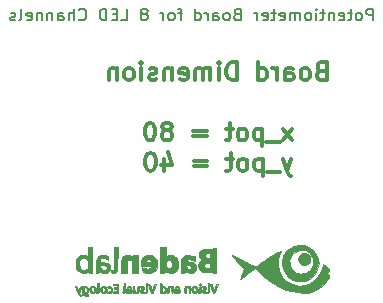
<source format=gbr>
G04 #@! TF.GenerationSoftware,KiCad,Pcbnew,(5.0.0)*
G04 #@! TF.CreationDate,2020-01-07T20:32:05+00:00*
G04 #@! TF.ProjectId,Potentiometer_mount_8LED,506F74656E74696F6D657465725F6D6F,rev?*
G04 #@! TF.SameCoordinates,Original*
G04 #@! TF.FileFunction,Legend,Bot*
G04 #@! TF.FilePolarity,Positive*
%FSLAX46Y46*%
G04 Gerber Fmt 4.6, Leading zero omitted, Abs format (unit mm)*
G04 Created by KiCad (PCBNEW (5.0.0)) date 01/07/20 20:32:05*
%MOMM*%
%LPD*%
G01*
G04 APERTURE LIST*
%ADD10C,0.200000*%
%ADD11C,0.300000*%
%ADD12C,0.010000*%
G04 APERTURE END LIST*
D10*
X173883333Y-55802380D02*
X173883333Y-54802380D01*
X173502380Y-54802380D01*
X173407142Y-54850000D01*
X173359523Y-54897619D01*
X173311904Y-54992857D01*
X173311904Y-55135714D01*
X173359523Y-55230952D01*
X173407142Y-55278571D01*
X173502380Y-55326190D01*
X173883333Y-55326190D01*
X172740476Y-55802380D02*
X172835714Y-55754761D01*
X172883333Y-55707142D01*
X172930952Y-55611904D01*
X172930952Y-55326190D01*
X172883333Y-55230952D01*
X172835714Y-55183333D01*
X172740476Y-55135714D01*
X172597619Y-55135714D01*
X172502380Y-55183333D01*
X172454761Y-55230952D01*
X172407142Y-55326190D01*
X172407142Y-55611904D01*
X172454761Y-55707142D01*
X172502380Y-55754761D01*
X172597619Y-55802380D01*
X172740476Y-55802380D01*
X172121428Y-55135714D02*
X171740476Y-55135714D01*
X171978571Y-54802380D02*
X171978571Y-55659523D01*
X171930952Y-55754761D01*
X171835714Y-55802380D01*
X171740476Y-55802380D01*
X171026190Y-55754761D02*
X171121428Y-55802380D01*
X171311904Y-55802380D01*
X171407142Y-55754761D01*
X171454761Y-55659523D01*
X171454761Y-55278571D01*
X171407142Y-55183333D01*
X171311904Y-55135714D01*
X171121428Y-55135714D01*
X171026190Y-55183333D01*
X170978571Y-55278571D01*
X170978571Y-55373809D01*
X171454761Y-55469047D01*
X170550000Y-55135714D02*
X170550000Y-55802380D01*
X170550000Y-55230952D02*
X170502380Y-55183333D01*
X170407142Y-55135714D01*
X170264285Y-55135714D01*
X170169047Y-55183333D01*
X170121428Y-55278571D01*
X170121428Y-55802380D01*
X169788095Y-55135714D02*
X169407142Y-55135714D01*
X169645238Y-54802380D02*
X169645238Y-55659523D01*
X169597619Y-55754761D01*
X169502380Y-55802380D01*
X169407142Y-55802380D01*
X169073809Y-55802380D02*
X169073809Y-55135714D01*
X169073809Y-54802380D02*
X169121428Y-54850000D01*
X169073809Y-54897619D01*
X169026190Y-54850000D01*
X169073809Y-54802380D01*
X169073809Y-54897619D01*
X168454761Y-55802380D02*
X168550000Y-55754761D01*
X168597619Y-55707142D01*
X168645238Y-55611904D01*
X168645238Y-55326190D01*
X168597619Y-55230952D01*
X168550000Y-55183333D01*
X168454761Y-55135714D01*
X168311904Y-55135714D01*
X168216666Y-55183333D01*
X168169047Y-55230952D01*
X168121428Y-55326190D01*
X168121428Y-55611904D01*
X168169047Y-55707142D01*
X168216666Y-55754761D01*
X168311904Y-55802380D01*
X168454761Y-55802380D01*
X167692857Y-55802380D02*
X167692857Y-55135714D01*
X167692857Y-55230952D02*
X167645238Y-55183333D01*
X167550000Y-55135714D01*
X167407142Y-55135714D01*
X167311904Y-55183333D01*
X167264285Y-55278571D01*
X167264285Y-55802380D01*
X167264285Y-55278571D02*
X167216666Y-55183333D01*
X167121428Y-55135714D01*
X166978571Y-55135714D01*
X166883333Y-55183333D01*
X166835714Y-55278571D01*
X166835714Y-55802380D01*
X165978571Y-55754761D02*
X166073809Y-55802380D01*
X166264285Y-55802380D01*
X166359523Y-55754761D01*
X166407142Y-55659523D01*
X166407142Y-55278571D01*
X166359523Y-55183333D01*
X166264285Y-55135714D01*
X166073809Y-55135714D01*
X165978571Y-55183333D01*
X165930952Y-55278571D01*
X165930952Y-55373809D01*
X166407142Y-55469047D01*
X165645238Y-55135714D02*
X165264285Y-55135714D01*
X165502380Y-54802380D02*
X165502380Y-55659523D01*
X165454761Y-55754761D01*
X165359523Y-55802380D01*
X165264285Y-55802380D01*
X164550000Y-55754761D02*
X164645238Y-55802380D01*
X164835714Y-55802380D01*
X164930952Y-55754761D01*
X164978571Y-55659523D01*
X164978571Y-55278571D01*
X164930952Y-55183333D01*
X164835714Y-55135714D01*
X164645238Y-55135714D01*
X164550000Y-55183333D01*
X164502380Y-55278571D01*
X164502380Y-55373809D01*
X164978571Y-55469047D01*
X164073809Y-55802380D02*
X164073809Y-55135714D01*
X164073809Y-55326190D02*
X164026190Y-55230952D01*
X163978571Y-55183333D01*
X163883333Y-55135714D01*
X163788095Y-55135714D01*
X162359523Y-55278571D02*
X162216666Y-55326190D01*
X162169047Y-55373809D01*
X162121428Y-55469047D01*
X162121428Y-55611904D01*
X162169047Y-55707142D01*
X162216666Y-55754761D01*
X162311904Y-55802380D01*
X162692857Y-55802380D01*
X162692857Y-54802380D01*
X162359523Y-54802380D01*
X162264285Y-54850000D01*
X162216666Y-54897619D01*
X162169047Y-54992857D01*
X162169047Y-55088095D01*
X162216666Y-55183333D01*
X162264285Y-55230952D01*
X162359523Y-55278571D01*
X162692857Y-55278571D01*
X161550000Y-55802380D02*
X161645238Y-55754761D01*
X161692857Y-55707142D01*
X161740476Y-55611904D01*
X161740476Y-55326190D01*
X161692857Y-55230952D01*
X161645238Y-55183333D01*
X161550000Y-55135714D01*
X161407142Y-55135714D01*
X161311904Y-55183333D01*
X161264285Y-55230952D01*
X161216666Y-55326190D01*
X161216666Y-55611904D01*
X161264285Y-55707142D01*
X161311904Y-55754761D01*
X161407142Y-55802380D01*
X161550000Y-55802380D01*
X160359523Y-55802380D02*
X160359523Y-55278571D01*
X160407142Y-55183333D01*
X160502380Y-55135714D01*
X160692857Y-55135714D01*
X160788095Y-55183333D01*
X160359523Y-55754761D02*
X160454761Y-55802380D01*
X160692857Y-55802380D01*
X160788095Y-55754761D01*
X160835714Y-55659523D01*
X160835714Y-55564285D01*
X160788095Y-55469047D01*
X160692857Y-55421428D01*
X160454761Y-55421428D01*
X160359523Y-55373809D01*
X159883333Y-55802380D02*
X159883333Y-55135714D01*
X159883333Y-55326190D02*
X159835714Y-55230952D01*
X159788095Y-55183333D01*
X159692857Y-55135714D01*
X159597619Y-55135714D01*
X158835714Y-55802380D02*
X158835714Y-54802380D01*
X158835714Y-55754761D02*
X158930952Y-55802380D01*
X159121428Y-55802380D01*
X159216666Y-55754761D01*
X159264285Y-55707142D01*
X159311904Y-55611904D01*
X159311904Y-55326190D01*
X159264285Y-55230952D01*
X159216666Y-55183333D01*
X159121428Y-55135714D01*
X158930952Y-55135714D01*
X158835714Y-55183333D01*
X157740476Y-55135714D02*
X157359523Y-55135714D01*
X157597619Y-55802380D02*
X157597619Y-54945238D01*
X157550000Y-54850000D01*
X157454761Y-54802380D01*
X157359523Y-54802380D01*
X156883333Y-55802380D02*
X156978571Y-55754761D01*
X157026190Y-55707142D01*
X157073809Y-55611904D01*
X157073809Y-55326190D01*
X157026190Y-55230952D01*
X156978571Y-55183333D01*
X156883333Y-55135714D01*
X156740476Y-55135714D01*
X156645238Y-55183333D01*
X156597619Y-55230952D01*
X156550000Y-55326190D01*
X156550000Y-55611904D01*
X156597619Y-55707142D01*
X156645238Y-55754761D01*
X156740476Y-55802380D01*
X156883333Y-55802380D01*
X156121428Y-55802380D02*
X156121428Y-55135714D01*
X156121428Y-55326190D02*
X156073809Y-55230952D01*
X156026190Y-55183333D01*
X155930952Y-55135714D01*
X155835714Y-55135714D01*
X154597619Y-55230952D02*
X154692857Y-55183333D01*
X154740476Y-55135714D01*
X154788095Y-55040476D01*
X154788095Y-54992857D01*
X154740476Y-54897619D01*
X154692857Y-54850000D01*
X154597619Y-54802380D01*
X154407142Y-54802380D01*
X154311904Y-54850000D01*
X154264285Y-54897619D01*
X154216666Y-54992857D01*
X154216666Y-55040476D01*
X154264285Y-55135714D01*
X154311904Y-55183333D01*
X154407142Y-55230952D01*
X154597619Y-55230952D01*
X154692857Y-55278571D01*
X154740476Y-55326190D01*
X154788095Y-55421428D01*
X154788095Y-55611904D01*
X154740476Y-55707142D01*
X154692857Y-55754761D01*
X154597619Y-55802380D01*
X154407142Y-55802380D01*
X154311904Y-55754761D01*
X154264285Y-55707142D01*
X154216666Y-55611904D01*
X154216666Y-55421428D01*
X154264285Y-55326190D01*
X154311904Y-55278571D01*
X154407142Y-55230952D01*
X152550000Y-55802380D02*
X153026190Y-55802380D01*
X153026190Y-54802380D01*
X152216666Y-55278571D02*
X151883333Y-55278571D01*
X151740476Y-55802380D02*
X152216666Y-55802380D01*
X152216666Y-54802380D01*
X151740476Y-54802380D01*
X151311904Y-55802380D02*
X151311904Y-54802380D01*
X151073809Y-54802380D01*
X150930952Y-54850000D01*
X150835714Y-54945238D01*
X150788095Y-55040476D01*
X150740476Y-55230952D01*
X150740476Y-55373809D01*
X150788095Y-55564285D01*
X150835714Y-55659523D01*
X150930952Y-55754761D01*
X151073809Y-55802380D01*
X151311904Y-55802380D01*
X148978571Y-55707142D02*
X149026190Y-55754761D01*
X149169047Y-55802380D01*
X149264285Y-55802380D01*
X149407142Y-55754761D01*
X149502380Y-55659523D01*
X149550000Y-55564285D01*
X149597619Y-55373809D01*
X149597619Y-55230952D01*
X149550000Y-55040476D01*
X149502380Y-54945238D01*
X149407142Y-54850000D01*
X149264285Y-54802380D01*
X149169047Y-54802380D01*
X149026190Y-54850000D01*
X148978571Y-54897619D01*
X148550000Y-55802380D02*
X148550000Y-54802380D01*
X148121428Y-55802380D02*
X148121428Y-55278571D01*
X148169047Y-55183333D01*
X148264285Y-55135714D01*
X148407142Y-55135714D01*
X148502380Y-55183333D01*
X148550000Y-55230952D01*
X147216666Y-55802380D02*
X147216666Y-55278571D01*
X147264285Y-55183333D01*
X147359523Y-55135714D01*
X147550000Y-55135714D01*
X147645238Y-55183333D01*
X147216666Y-55754761D02*
X147311904Y-55802380D01*
X147550000Y-55802380D01*
X147645238Y-55754761D01*
X147692857Y-55659523D01*
X147692857Y-55564285D01*
X147645238Y-55469047D01*
X147550000Y-55421428D01*
X147311904Y-55421428D01*
X147216666Y-55373809D01*
X146740476Y-55135714D02*
X146740476Y-55802380D01*
X146740476Y-55230952D02*
X146692857Y-55183333D01*
X146597619Y-55135714D01*
X146454761Y-55135714D01*
X146359523Y-55183333D01*
X146311904Y-55278571D01*
X146311904Y-55802380D01*
X145835714Y-55135714D02*
X145835714Y-55802380D01*
X145835714Y-55230952D02*
X145788095Y-55183333D01*
X145692857Y-55135714D01*
X145550000Y-55135714D01*
X145454761Y-55183333D01*
X145407142Y-55278571D01*
X145407142Y-55802380D01*
X144550000Y-55754761D02*
X144645238Y-55802380D01*
X144835714Y-55802380D01*
X144930952Y-55754761D01*
X144978571Y-55659523D01*
X144978571Y-55278571D01*
X144930952Y-55183333D01*
X144835714Y-55135714D01*
X144645238Y-55135714D01*
X144550000Y-55183333D01*
X144502380Y-55278571D01*
X144502380Y-55373809D01*
X144978571Y-55469047D01*
X143930952Y-55802380D02*
X144026190Y-55754761D01*
X144073809Y-55659523D01*
X144073809Y-54802380D01*
X143597619Y-55754761D02*
X143502380Y-55802380D01*
X143311904Y-55802380D01*
X143216666Y-55754761D01*
X143169047Y-55659523D01*
X143169047Y-55611904D01*
X143216666Y-55516666D01*
X143311904Y-55469047D01*
X143454761Y-55469047D01*
X143550000Y-55421428D01*
X143597619Y-55326190D01*
X143597619Y-55278571D01*
X143550000Y-55183333D01*
X143454761Y-55135714D01*
X143311904Y-55135714D01*
X143216666Y-55183333D01*
D11*
X169464285Y-60067857D02*
X169250000Y-60139285D01*
X169178571Y-60210714D01*
X169107142Y-60353571D01*
X169107142Y-60567857D01*
X169178571Y-60710714D01*
X169250000Y-60782142D01*
X169392857Y-60853571D01*
X169964285Y-60853571D01*
X169964285Y-59353571D01*
X169464285Y-59353571D01*
X169321428Y-59425000D01*
X169250000Y-59496428D01*
X169178571Y-59639285D01*
X169178571Y-59782142D01*
X169250000Y-59925000D01*
X169321428Y-59996428D01*
X169464285Y-60067857D01*
X169964285Y-60067857D01*
X168250000Y-60853571D02*
X168392857Y-60782142D01*
X168464285Y-60710714D01*
X168535714Y-60567857D01*
X168535714Y-60139285D01*
X168464285Y-59996428D01*
X168392857Y-59925000D01*
X168250000Y-59853571D01*
X168035714Y-59853571D01*
X167892857Y-59925000D01*
X167821428Y-59996428D01*
X167750000Y-60139285D01*
X167750000Y-60567857D01*
X167821428Y-60710714D01*
X167892857Y-60782142D01*
X168035714Y-60853571D01*
X168250000Y-60853571D01*
X166464285Y-60853571D02*
X166464285Y-60067857D01*
X166535714Y-59925000D01*
X166678571Y-59853571D01*
X166964285Y-59853571D01*
X167107142Y-59925000D01*
X166464285Y-60782142D02*
X166607142Y-60853571D01*
X166964285Y-60853571D01*
X167107142Y-60782142D01*
X167178571Y-60639285D01*
X167178571Y-60496428D01*
X167107142Y-60353571D01*
X166964285Y-60282142D01*
X166607142Y-60282142D01*
X166464285Y-60210714D01*
X165750000Y-60853571D02*
X165750000Y-59853571D01*
X165750000Y-60139285D02*
X165678571Y-59996428D01*
X165607142Y-59925000D01*
X165464285Y-59853571D01*
X165321428Y-59853571D01*
X164178571Y-60853571D02*
X164178571Y-59353571D01*
X164178571Y-60782142D02*
X164321428Y-60853571D01*
X164607142Y-60853571D01*
X164750000Y-60782142D01*
X164821428Y-60710714D01*
X164892857Y-60567857D01*
X164892857Y-60139285D01*
X164821428Y-59996428D01*
X164750000Y-59925000D01*
X164607142Y-59853571D01*
X164321428Y-59853571D01*
X164178571Y-59925000D01*
X162321428Y-60853571D02*
X162321428Y-59353571D01*
X161964285Y-59353571D01*
X161750000Y-59425000D01*
X161607142Y-59567857D01*
X161535714Y-59710714D01*
X161464285Y-59996428D01*
X161464285Y-60210714D01*
X161535714Y-60496428D01*
X161607142Y-60639285D01*
X161750000Y-60782142D01*
X161964285Y-60853571D01*
X162321428Y-60853571D01*
X160821428Y-60853571D02*
X160821428Y-59853571D01*
X160821428Y-59353571D02*
X160892857Y-59425000D01*
X160821428Y-59496428D01*
X160750000Y-59425000D01*
X160821428Y-59353571D01*
X160821428Y-59496428D01*
X160107142Y-60853571D02*
X160107142Y-59853571D01*
X160107142Y-59996428D02*
X160035714Y-59925000D01*
X159892857Y-59853571D01*
X159678571Y-59853571D01*
X159535714Y-59925000D01*
X159464285Y-60067857D01*
X159464285Y-60853571D01*
X159464285Y-60067857D02*
X159392857Y-59925000D01*
X159250000Y-59853571D01*
X159035714Y-59853571D01*
X158892857Y-59925000D01*
X158821428Y-60067857D01*
X158821428Y-60853571D01*
X157535714Y-60782142D02*
X157678571Y-60853571D01*
X157964285Y-60853571D01*
X158107142Y-60782142D01*
X158178571Y-60639285D01*
X158178571Y-60067857D01*
X158107142Y-59925000D01*
X157964285Y-59853571D01*
X157678571Y-59853571D01*
X157535714Y-59925000D01*
X157464285Y-60067857D01*
X157464285Y-60210714D01*
X158178571Y-60353571D01*
X156821428Y-59853571D02*
X156821428Y-60853571D01*
X156821428Y-59996428D02*
X156750000Y-59925000D01*
X156607142Y-59853571D01*
X156392857Y-59853571D01*
X156250000Y-59925000D01*
X156178571Y-60067857D01*
X156178571Y-60853571D01*
X155535714Y-60782142D02*
X155392857Y-60853571D01*
X155107142Y-60853571D01*
X154964285Y-60782142D01*
X154892857Y-60639285D01*
X154892857Y-60567857D01*
X154964285Y-60425000D01*
X155107142Y-60353571D01*
X155321428Y-60353571D01*
X155464285Y-60282142D01*
X155535714Y-60139285D01*
X155535714Y-60067857D01*
X155464285Y-59925000D01*
X155321428Y-59853571D01*
X155107142Y-59853571D01*
X154964285Y-59925000D01*
X154250000Y-60853571D02*
X154250000Y-59853571D01*
X154250000Y-59353571D02*
X154321428Y-59425000D01*
X154250000Y-59496428D01*
X154178571Y-59425000D01*
X154250000Y-59353571D01*
X154250000Y-59496428D01*
X153321428Y-60853571D02*
X153464285Y-60782142D01*
X153535714Y-60710714D01*
X153607142Y-60567857D01*
X153607142Y-60139285D01*
X153535714Y-59996428D01*
X153464285Y-59925000D01*
X153321428Y-59853571D01*
X153107142Y-59853571D01*
X152964285Y-59925000D01*
X152892857Y-59996428D01*
X152821428Y-60139285D01*
X152821428Y-60567857D01*
X152892857Y-60710714D01*
X152964285Y-60782142D01*
X153107142Y-60853571D01*
X153321428Y-60853571D01*
X152178571Y-59853571D02*
X152178571Y-60853571D01*
X152178571Y-59996428D02*
X152107142Y-59925000D01*
X151964285Y-59853571D01*
X151750000Y-59853571D01*
X151607142Y-59925000D01*
X151535714Y-60067857D01*
X151535714Y-60853571D01*
X167000000Y-65953571D02*
X166214285Y-64953571D01*
X167000000Y-64953571D02*
X166214285Y-65953571D01*
X166000000Y-66096428D02*
X164857142Y-66096428D01*
X164500000Y-64953571D02*
X164500000Y-66453571D01*
X164500000Y-65025000D02*
X164357142Y-64953571D01*
X164071428Y-64953571D01*
X163928571Y-65025000D01*
X163857142Y-65096428D01*
X163785714Y-65239285D01*
X163785714Y-65667857D01*
X163857142Y-65810714D01*
X163928571Y-65882142D01*
X164071428Y-65953571D01*
X164357142Y-65953571D01*
X164500000Y-65882142D01*
X162928571Y-65953571D02*
X163071428Y-65882142D01*
X163142857Y-65810714D01*
X163214285Y-65667857D01*
X163214285Y-65239285D01*
X163142857Y-65096428D01*
X163071428Y-65025000D01*
X162928571Y-64953571D01*
X162714285Y-64953571D01*
X162571428Y-65025000D01*
X162500000Y-65096428D01*
X162428571Y-65239285D01*
X162428571Y-65667857D01*
X162500000Y-65810714D01*
X162571428Y-65882142D01*
X162714285Y-65953571D01*
X162928571Y-65953571D01*
X162000000Y-64953571D02*
X161428571Y-64953571D01*
X161785714Y-64453571D02*
X161785714Y-65739285D01*
X161714285Y-65882142D01*
X161571428Y-65953571D01*
X161428571Y-65953571D01*
X159785714Y-65167857D02*
X158642857Y-65167857D01*
X158642857Y-65596428D02*
X159785714Y-65596428D01*
X156571428Y-65096428D02*
X156714285Y-65025000D01*
X156785714Y-64953571D01*
X156857142Y-64810714D01*
X156857142Y-64739285D01*
X156785714Y-64596428D01*
X156714285Y-64525000D01*
X156571428Y-64453571D01*
X156285714Y-64453571D01*
X156142857Y-64525000D01*
X156071428Y-64596428D01*
X156000000Y-64739285D01*
X156000000Y-64810714D01*
X156071428Y-64953571D01*
X156142857Y-65025000D01*
X156285714Y-65096428D01*
X156571428Y-65096428D01*
X156714285Y-65167857D01*
X156785714Y-65239285D01*
X156857142Y-65382142D01*
X156857142Y-65667857D01*
X156785714Y-65810714D01*
X156714285Y-65882142D01*
X156571428Y-65953571D01*
X156285714Y-65953571D01*
X156142857Y-65882142D01*
X156071428Y-65810714D01*
X156000000Y-65667857D01*
X156000000Y-65382142D01*
X156071428Y-65239285D01*
X156142857Y-65167857D01*
X156285714Y-65096428D01*
X155071428Y-64453571D02*
X154928571Y-64453571D01*
X154785714Y-64525000D01*
X154714285Y-64596428D01*
X154642857Y-64739285D01*
X154571428Y-65025000D01*
X154571428Y-65382142D01*
X154642857Y-65667857D01*
X154714285Y-65810714D01*
X154785714Y-65882142D01*
X154928571Y-65953571D01*
X155071428Y-65953571D01*
X155214285Y-65882142D01*
X155285714Y-65810714D01*
X155357142Y-65667857D01*
X155428571Y-65382142D01*
X155428571Y-65025000D01*
X155357142Y-64739285D01*
X155285714Y-64596428D01*
X155214285Y-64525000D01*
X155071428Y-64453571D01*
X166964285Y-67503571D02*
X166607142Y-68503571D01*
X166250000Y-67503571D02*
X166607142Y-68503571D01*
X166750000Y-68860714D01*
X166821428Y-68932142D01*
X166964285Y-69003571D01*
X166035714Y-68646428D02*
X164892857Y-68646428D01*
X164535714Y-67503571D02*
X164535714Y-69003571D01*
X164535714Y-67575000D02*
X164392857Y-67503571D01*
X164107142Y-67503571D01*
X163964285Y-67575000D01*
X163892857Y-67646428D01*
X163821428Y-67789285D01*
X163821428Y-68217857D01*
X163892857Y-68360714D01*
X163964285Y-68432142D01*
X164107142Y-68503571D01*
X164392857Y-68503571D01*
X164535714Y-68432142D01*
X162964285Y-68503571D02*
X163107142Y-68432142D01*
X163178571Y-68360714D01*
X163250000Y-68217857D01*
X163250000Y-67789285D01*
X163178571Y-67646428D01*
X163107142Y-67575000D01*
X162964285Y-67503571D01*
X162750000Y-67503571D01*
X162607142Y-67575000D01*
X162535714Y-67646428D01*
X162464285Y-67789285D01*
X162464285Y-68217857D01*
X162535714Y-68360714D01*
X162607142Y-68432142D01*
X162750000Y-68503571D01*
X162964285Y-68503571D01*
X162035714Y-67503571D02*
X161464285Y-67503571D01*
X161821428Y-67003571D02*
X161821428Y-68289285D01*
X161750000Y-68432142D01*
X161607142Y-68503571D01*
X161464285Y-68503571D01*
X159821428Y-67717857D02*
X158678571Y-67717857D01*
X158678571Y-68146428D02*
X159821428Y-68146428D01*
X156178571Y-67503571D02*
X156178571Y-68503571D01*
X156535714Y-66932142D02*
X156892857Y-68003571D01*
X155964285Y-68003571D01*
X155107142Y-67003571D02*
X154964285Y-67003571D01*
X154821428Y-67075000D01*
X154750000Y-67146428D01*
X154678571Y-67289285D01*
X154607142Y-67575000D01*
X154607142Y-67932142D01*
X154678571Y-68217857D01*
X154750000Y-68360714D01*
X154821428Y-68432142D01*
X154964285Y-68503571D01*
X155107142Y-68503571D01*
X155250000Y-68432142D01*
X155321428Y-68360714D01*
X155392857Y-68217857D01*
X155464285Y-67932142D01*
X155464285Y-67575000D01*
X155392857Y-67289285D01*
X155321428Y-67146428D01*
X155250000Y-67075000D01*
X155107142Y-67003571D01*
D12*
G04 #@! TO.C,G\002A\002A\002A*
G36*
X167885188Y-75509539D02*
X167746401Y-75586971D01*
X167643248Y-75701097D01*
X167578922Y-75839795D01*
X167556617Y-75990940D01*
X167579525Y-76142410D01*
X167650839Y-76282080D01*
X167773754Y-76397827D01*
X167809200Y-76419533D01*
X167968231Y-76483485D01*
X168120979Y-76486304D01*
X168284437Y-76429144D01*
X168425051Y-76328675D01*
X168511358Y-76191125D01*
X168546034Y-76011821D01*
X168547009Y-75970474D01*
X168518402Y-75785061D01*
X168436556Y-75638506D01*
X168307436Y-75536761D01*
X168137004Y-75485776D01*
X168056415Y-75480927D01*
X167885188Y-75509539D01*
X167885188Y-75509539D01*
G37*
X167885188Y-75509539D02*
X167746401Y-75586971D01*
X167643248Y-75701097D01*
X167578922Y-75839795D01*
X167556617Y-75990940D01*
X167579525Y-76142410D01*
X167650839Y-76282080D01*
X167773754Y-76397827D01*
X167809200Y-76419533D01*
X167968231Y-76483485D01*
X168120979Y-76486304D01*
X168284437Y-76429144D01*
X168425051Y-76328675D01*
X168511358Y-76191125D01*
X168546034Y-76011821D01*
X168547009Y-75970474D01*
X168518402Y-75785061D01*
X168436556Y-75638506D01*
X168307436Y-75536761D01*
X168137004Y-75485776D01*
X168056415Y-75480927D01*
X167885188Y-75509539D01*
G36*
X152927808Y-75666658D02*
X152773235Y-75732718D01*
X152647101Y-75851450D01*
X152630307Y-75875510D01*
X152607267Y-75919775D01*
X152590106Y-75979372D01*
X152577678Y-76065044D01*
X152568838Y-76187535D01*
X152562441Y-76357589D01*
X152557936Y-76554460D01*
X152546671Y-77140267D01*
X153026400Y-77140267D01*
X153026400Y-76721987D01*
X153029244Y-76550345D01*
X153036982Y-76394596D01*
X153048422Y-76272183D01*
X153061952Y-76201722D01*
X153124368Y-76100696D01*
X153214821Y-76051509D01*
X153318326Y-76061491D01*
X153334160Y-76068599D01*
X153397534Y-76110620D01*
X153442907Y-76170722D01*
X153473049Y-76259595D01*
X153490732Y-76387930D01*
X153498726Y-76566416D01*
X153500034Y-76708467D01*
X153500533Y-77140267D01*
X153974666Y-77140267D01*
X153974666Y-75684000D01*
X153737600Y-75684000D01*
X153613797Y-75685089D01*
X153542950Y-75692120D01*
X153510281Y-75710739D01*
X153501011Y-75746590D01*
X153500533Y-75774570D01*
X153500533Y-75865140D01*
X153424333Y-75797967D01*
X153267139Y-75697936D01*
X153097036Y-75654615D01*
X152927808Y-75666658D01*
X152927808Y-75666658D01*
G37*
X152927808Y-75666658D02*
X152773235Y-75732718D01*
X152647101Y-75851450D01*
X152630307Y-75875510D01*
X152607267Y-75919775D01*
X152590106Y-75979372D01*
X152577678Y-76065044D01*
X152568838Y-76187535D01*
X152562441Y-76357589D01*
X152557936Y-76554460D01*
X152546671Y-77140267D01*
X153026400Y-77140267D01*
X153026400Y-76721987D01*
X153029244Y-76550345D01*
X153036982Y-76394596D01*
X153048422Y-76272183D01*
X153061952Y-76201722D01*
X153124368Y-76100696D01*
X153214821Y-76051509D01*
X153318326Y-76061491D01*
X153334160Y-76068599D01*
X153397534Y-76110620D01*
X153442907Y-76170722D01*
X153473049Y-76259595D01*
X153490732Y-76387930D01*
X153498726Y-76566416D01*
X153500034Y-76708467D01*
X153500533Y-77140267D01*
X153974666Y-77140267D01*
X153974666Y-75684000D01*
X153737600Y-75684000D01*
X153613797Y-75685089D01*
X153542950Y-75692120D01*
X153510281Y-75710739D01*
X153501011Y-75746590D01*
X153500533Y-75774570D01*
X153500533Y-75865140D01*
X153424333Y-75797967D01*
X153267139Y-75697936D01*
X153097036Y-75654615D01*
X152927808Y-75666658D01*
G36*
X160079133Y-75113633D02*
X159874347Y-75119139D01*
X159724385Y-75125821D01*
X159616345Y-75135506D01*
X159537320Y-75150020D01*
X159474406Y-75171189D01*
X159414699Y-75200839D01*
X159398480Y-75209950D01*
X159259876Y-75315457D01*
X159181292Y-75444595D01*
X159156268Y-75608022D01*
X159156266Y-75609577D01*
X159183074Y-75749832D01*
X159253325Y-75884289D01*
X159351766Y-75986883D01*
X159391218Y-76011023D01*
X159471737Y-76051166D01*
X159356335Y-76099976D01*
X159214163Y-76192291D01*
X159119467Y-76320482D01*
X159072573Y-76471796D01*
X159073809Y-76633476D01*
X159123504Y-76792770D01*
X159221986Y-76936923D01*
X159332424Y-77030345D01*
X159386389Y-77064494D01*
X159437297Y-77089315D01*
X159497130Y-77106569D01*
X159577870Y-77118015D01*
X159691500Y-77125413D01*
X159850000Y-77130523D01*
X160042679Y-77134655D01*
X160612533Y-77145976D01*
X160612533Y-76293600D01*
X160104533Y-76293600D01*
X160104533Y-76767733D01*
X159918266Y-76767733D01*
X159790011Y-76759929D01*
X159706550Y-76732685D01*
X159664266Y-76700000D01*
X159600116Y-76599807D01*
X159595609Y-76498985D01*
X159643585Y-76408095D01*
X159736884Y-76337700D01*
X159868346Y-76298360D01*
X159939767Y-76293600D01*
X160104533Y-76293600D01*
X160612533Y-76293600D01*
X160612533Y-75480800D01*
X160104533Y-75480800D01*
X160104533Y-75921067D01*
X159954591Y-75921067D01*
X159847317Y-75912117D01*
X159776978Y-75877337D01*
X159734458Y-75831833D01*
X159676478Y-75738201D01*
X159675211Y-75661498D01*
X159731702Y-75580068D01*
X159747394Y-75563927D01*
X159840645Y-75500315D01*
X159961742Y-75480825D01*
X159967527Y-75480800D01*
X160104533Y-75480800D01*
X160612533Y-75480800D01*
X160612533Y-75101170D01*
X160079133Y-75113633D01*
X160079133Y-75113633D01*
G37*
X160079133Y-75113633D02*
X159874347Y-75119139D01*
X159724385Y-75125821D01*
X159616345Y-75135506D01*
X159537320Y-75150020D01*
X159474406Y-75171189D01*
X159414699Y-75200839D01*
X159398480Y-75209950D01*
X159259876Y-75315457D01*
X159181292Y-75444595D01*
X159156268Y-75608022D01*
X159156266Y-75609577D01*
X159183074Y-75749832D01*
X159253325Y-75884289D01*
X159351766Y-75986883D01*
X159391218Y-76011023D01*
X159471737Y-76051166D01*
X159356335Y-76099976D01*
X159214163Y-76192291D01*
X159119467Y-76320482D01*
X159072573Y-76471796D01*
X159073809Y-76633476D01*
X159123504Y-76792770D01*
X159221986Y-76936923D01*
X159332424Y-77030345D01*
X159386389Y-77064494D01*
X159437297Y-77089315D01*
X159497130Y-77106569D01*
X159577870Y-77118015D01*
X159691500Y-77125413D01*
X159850000Y-77130523D01*
X160042679Y-77134655D01*
X160612533Y-77145976D01*
X160612533Y-76293600D01*
X160104533Y-76293600D01*
X160104533Y-76767733D01*
X159918266Y-76767733D01*
X159790011Y-76759929D01*
X159706550Y-76732685D01*
X159664266Y-76700000D01*
X159600116Y-76599807D01*
X159595609Y-76498985D01*
X159643585Y-76408095D01*
X159736884Y-76337700D01*
X159868346Y-76298360D01*
X159939767Y-76293600D01*
X160104533Y-76293600D01*
X160612533Y-76293600D01*
X160612533Y-75480800D01*
X160104533Y-75480800D01*
X160104533Y-75921067D01*
X159954591Y-75921067D01*
X159847317Y-75912117D01*
X159776978Y-75877337D01*
X159734458Y-75831833D01*
X159676478Y-75738201D01*
X159675211Y-75661498D01*
X159731702Y-75580068D01*
X159747394Y-75563927D01*
X159840645Y-75500315D01*
X159961742Y-75480825D01*
X159967527Y-75480800D01*
X160104533Y-75480800D01*
X160612533Y-75480800D01*
X160612533Y-75101170D01*
X160079133Y-75113633D01*
G36*
X149775200Y-75856781D02*
X149655239Y-75765282D01*
X149503726Y-75687134D01*
X149332087Y-75657875D01*
X149157654Y-75674836D01*
X148997761Y-75735350D01*
X148869742Y-75836749D01*
X148828658Y-75892506D01*
X148749158Y-76081203D01*
X148712611Y-76300489D01*
X148718649Y-76528882D01*
X148766903Y-76744903D01*
X148846126Y-76910998D01*
X148970952Y-77043974D01*
X149133297Y-77132526D01*
X149316246Y-77172538D01*
X149502883Y-77159892D01*
X149648701Y-77106334D01*
X149728861Y-77067284D01*
X149766257Y-77062810D01*
X149775200Y-77089401D01*
X149797489Y-77124753D01*
X149871447Y-77139332D01*
X149910666Y-77140267D01*
X150046133Y-77140267D01*
X150046133Y-76426785D01*
X149758266Y-76426785D01*
X149758266Y-76432496D01*
X149757356Y-76578397D01*
X149751491Y-76673820D01*
X149735966Y-76736021D01*
X149706078Y-76782256D01*
X149657123Y-76829778D01*
X149647666Y-76838245D01*
X149510951Y-76919015D01*
X149359013Y-76935784D01*
X149202351Y-76887759D01*
X149103239Y-76801406D01*
X149029891Y-76668204D01*
X148987306Y-76505773D01*
X148980480Y-76331734D01*
X149005158Y-76192429D01*
X149077979Y-76044267D01*
X149186994Y-75944914D01*
X149319079Y-75897843D01*
X149461109Y-75906530D01*
X149599958Y-75974449D01*
X149653504Y-76020807D01*
X149703194Y-76073759D01*
X149734017Y-76123154D01*
X149750470Y-76186672D01*
X149757054Y-76281989D01*
X149758266Y-76426785D01*
X150046133Y-76426785D01*
X150046133Y-75006667D01*
X149775200Y-75006667D01*
X149775200Y-75856781D01*
X149775200Y-75856781D01*
G37*
X149775200Y-75856781D02*
X149655239Y-75765282D01*
X149503726Y-75687134D01*
X149332087Y-75657875D01*
X149157654Y-75674836D01*
X148997761Y-75735350D01*
X148869742Y-75836749D01*
X148828658Y-75892506D01*
X148749158Y-76081203D01*
X148712611Y-76300489D01*
X148718649Y-76528882D01*
X148766903Y-76744903D01*
X148846126Y-76910998D01*
X148970952Y-77043974D01*
X149133297Y-77132526D01*
X149316246Y-77172538D01*
X149502883Y-77159892D01*
X149648701Y-77106334D01*
X149728861Y-77067284D01*
X149766257Y-77062810D01*
X149775200Y-77089401D01*
X149797489Y-77124753D01*
X149871447Y-77139332D01*
X149910666Y-77140267D01*
X150046133Y-77140267D01*
X150046133Y-76426785D01*
X149758266Y-76426785D01*
X149758266Y-76432496D01*
X149757356Y-76578397D01*
X149751491Y-76673820D01*
X149735966Y-76736021D01*
X149706078Y-76782256D01*
X149657123Y-76829778D01*
X149647666Y-76838245D01*
X149510951Y-76919015D01*
X149359013Y-76935784D01*
X149202351Y-76887759D01*
X149103239Y-76801406D01*
X149029891Y-76668204D01*
X148987306Y-76505773D01*
X148980480Y-76331734D01*
X149005158Y-76192429D01*
X149077979Y-76044267D01*
X149186994Y-75944914D01*
X149319079Y-75897843D01*
X149461109Y-75906530D01*
X149599958Y-75974449D01*
X149653504Y-76020807D01*
X149703194Y-76073759D01*
X149734017Y-76123154D01*
X149750470Y-76186672D01*
X149757054Y-76281989D01*
X149758266Y-76426785D01*
X150046133Y-76426785D01*
X150046133Y-75006667D01*
X149775200Y-75006667D01*
X149775200Y-75856781D01*
G36*
X150812056Y-75669871D02*
X150707073Y-75702947D01*
X150622476Y-75748472D01*
X150558878Y-75800451D01*
X150513331Y-75868764D01*
X150482889Y-75963291D01*
X150464606Y-76093913D01*
X150455534Y-76270511D01*
X150452728Y-76502964D01*
X150452660Y-76556067D01*
X150452533Y-77140267D01*
X150588000Y-77140267D01*
X150676776Y-77134494D01*
X150715975Y-77111398D01*
X150723466Y-77073554D01*
X150727559Y-77035147D01*
X150749852Y-77030856D01*
X150805369Y-77062744D01*
X150846726Y-77090487D01*
X150999306Y-77157084D01*
X151173305Y-77175690D01*
X151342547Y-77145594D01*
X151427044Y-77106258D01*
X151532939Y-77012167D01*
X151589737Y-76883617D01*
X151603473Y-76740413D01*
X151332548Y-76740413D01*
X151304289Y-76836142D01*
X151228741Y-76901973D01*
X151121612Y-76932902D01*
X150998606Y-76923922D01*
X150892444Y-76880670D01*
X150784195Y-76780098D01*
X150729869Y-76639673D01*
X150723466Y-76559615D01*
X150723466Y-76456283D01*
X150935133Y-76480423D01*
X151110875Y-76507965D01*
X151228683Y-76547345D01*
X151298125Y-76604823D01*
X151328771Y-76686659D01*
X151332548Y-76740413D01*
X151603473Y-76740413D01*
X151603501Y-76740129D01*
X151581252Y-76583982D01*
X151512652Y-76461177D01*
X151392831Y-76367761D01*
X151216918Y-76299784D01*
X151008534Y-76257372D01*
X150717363Y-76214053D01*
X150737450Y-76109893D01*
X150788724Y-75987518D01*
X150881796Y-75914345D01*
X151010261Y-75891988D01*
X151167714Y-75922066D01*
X151284994Y-75971725D01*
X151377907Y-76018176D01*
X151442034Y-76048937D01*
X151460066Y-76056392D01*
X151465343Y-76026377D01*
X151468302Y-75951129D01*
X151468533Y-75919339D01*
X151462398Y-75828066D01*
X151431682Y-75775800D01*
X151357914Y-75734642D01*
X151341533Y-75727503D01*
X151168894Y-75675466D01*
X150983892Y-75655926D01*
X150812056Y-75669871D01*
X150812056Y-75669871D01*
G37*
X150812056Y-75669871D02*
X150707073Y-75702947D01*
X150622476Y-75748472D01*
X150558878Y-75800451D01*
X150513331Y-75868764D01*
X150482889Y-75963291D01*
X150464606Y-76093913D01*
X150455534Y-76270511D01*
X150452728Y-76502964D01*
X150452660Y-76556067D01*
X150452533Y-77140267D01*
X150588000Y-77140267D01*
X150676776Y-77134494D01*
X150715975Y-77111398D01*
X150723466Y-77073554D01*
X150727559Y-77035147D01*
X150749852Y-77030856D01*
X150805369Y-77062744D01*
X150846726Y-77090487D01*
X150999306Y-77157084D01*
X151173305Y-77175690D01*
X151342547Y-77145594D01*
X151427044Y-77106258D01*
X151532939Y-77012167D01*
X151589737Y-76883617D01*
X151603473Y-76740413D01*
X151332548Y-76740413D01*
X151304289Y-76836142D01*
X151228741Y-76901973D01*
X151121612Y-76932902D01*
X150998606Y-76923922D01*
X150892444Y-76880670D01*
X150784195Y-76780098D01*
X150729869Y-76639673D01*
X150723466Y-76559615D01*
X150723466Y-76456283D01*
X150935133Y-76480423D01*
X151110875Y-76507965D01*
X151228683Y-76547345D01*
X151298125Y-76604823D01*
X151328771Y-76686659D01*
X151332548Y-76740413D01*
X151603473Y-76740413D01*
X151603501Y-76740129D01*
X151581252Y-76583982D01*
X151512652Y-76461177D01*
X151392831Y-76367761D01*
X151216918Y-76299784D01*
X151008534Y-76257372D01*
X150717363Y-76214053D01*
X150737450Y-76109893D01*
X150788724Y-75987518D01*
X150881796Y-75914345D01*
X151010261Y-75891988D01*
X151167714Y-75922066D01*
X151284994Y-75971725D01*
X151377907Y-76018176D01*
X151442034Y-76048937D01*
X151460066Y-76056392D01*
X151465343Y-76026377D01*
X151468302Y-75951129D01*
X151468533Y-75919339D01*
X151462398Y-75828066D01*
X151431682Y-75775800D01*
X151357914Y-75734642D01*
X151341533Y-75727503D01*
X151168894Y-75675466D01*
X150983892Y-75655926D01*
X150812056Y-75669871D01*
G36*
X151976533Y-75914293D02*
X151976237Y-76198635D01*
X151974491Y-76422478D01*
X151970005Y-76593058D01*
X151961492Y-76717609D01*
X151947664Y-76803367D01*
X151927231Y-76857565D01*
X151898905Y-76887441D01*
X151861398Y-76900227D01*
X151813422Y-76903159D01*
X151800426Y-76903200D01*
X151735898Y-76910907D01*
X151709973Y-76947752D01*
X151705600Y-77018110D01*
X151718798Y-77106429D01*
X151767059Y-77154777D01*
X151863382Y-77173029D01*
X151911035Y-77174133D01*
X152016232Y-77145907D01*
X152119932Y-77075359D01*
X152230533Y-76976585D01*
X152251281Y-75006667D01*
X151976533Y-75006667D01*
X151976533Y-75914293D01*
X151976533Y-75914293D01*
G37*
X151976533Y-75914293D02*
X151976237Y-76198635D01*
X151974491Y-76422478D01*
X151970005Y-76593058D01*
X151961492Y-76717609D01*
X151947664Y-76803367D01*
X151927231Y-76857565D01*
X151898905Y-76887441D01*
X151861398Y-76900227D01*
X151813422Y-76903159D01*
X151800426Y-76903200D01*
X151735898Y-76910907D01*
X151709973Y-76947752D01*
X151705600Y-77018110D01*
X151718798Y-77106429D01*
X151767059Y-77154777D01*
X151863382Y-77173029D01*
X151911035Y-77174133D01*
X152016232Y-77145907D01*
X152119932Y-77075359D01*
X152230533Y-76976585D01*
X152251281Y-75006667D01*
X151976533Y-75006667D01*
X151976533Y-75914293D01*
G36*
X154726687Y-75663121D02*
X154561106Y-75715952D01*
X154409532Y-75815385D01*
X154303332Y-75957854D01*
X154239703Y-76148241D01*
X154219064Y-76311514D01*
X154202826Y-76564534D01*
X155127873Y-76564534D01*
X155076792Y-76663313D01*
X154992340Y-76757775D01*
X154866423Y-76811795D01*
X154713233Y-76823528D01*
X154546967Y-76791127D01*
X154439761Y-76746126D01*
X154343714Y-76696458D01*
X154353924Y-76890088D01*
X154362110Y-77000442D01*
X154379132Y-77063233D01*
X154415962Y-77098599D01*
X154482667Y-77126349D01*
X154601715Y-77152653D01*
X154758723Y-77165908D01*
X154927004Y-77166005D01*
X155079876Y-77152834D01*
X155183108Y-77129224D01*
X155346951Y-77034750D01*
X155473820Y-76892407D01*
X155559605Y-76713553D01*
X155600196Y-76509546D01*
X155591483Y-76291743D01*
X155574247Y-76223640D01*
X155092267Y-76223640D01*
X155060417Y-76243956D01*
X154972425Y-76256516D01*
X154872133Y-76259734D01*
X154760034Y-76255205D01*
X154680748Y-76243357D01*
X154652000Y-76227460D01*
X154673961Y-76143661D01*
X154726331Y-76061903D01*
X154788839Y-76012847D01*
X154795229Y-76010824D01*
X154901840Y-76012539D01*
X155000855Y-76061603D01*
X155071064Y-76142820D01*
X155092267Y-76223640D01*
X155574247Y-76223640D01*
X155548151Y-76120538D01*
X155450144Y-75937163D01*
X155306883Y-75794770D01*
X155130480Y-75698323D01*
X154933045Y-75652785D01*
X154726687Y-75663121D01*
X154726687Y-75663121D01*
G37*
X154726687Y-75663121D02*
X154561106Y-75715952D01*
X154409532Y-75815385D01*
X154303332Y-75957854D01*
X154239703Y-76148241D01*
X154219064Y-76311514D01*
X154202826Y-76564534D01*
X155127873Y-76564534D01*
X155076792Y-76663313D01*
X154992340Y-76757775D01*
X154866423Y-76811795D01*
X154713233Y-76823528D01*
X154546967Y-76791127D01*
X154439761Y-76746126D01*
X154343714Y-76696458D01*
X154353924Y-76890088D01*
X154362110Y-77000442D01*
X154379132Y-77063233D01*
X154415962Y-77098599D01*
X154482667Y-77126349D01*
X154601715Y-77152653D01*
X154758723Y-77165908D01*
X154927004Y-77166005D01*
X155079876Y-77152834D01*
X155183108Y-77129224D01*
X155346951Y-77034750D01*
X155473820Y-76892407D01*
X155559605Y-76713553D01*
X155600196Y-76509546D01*
X155591483Y-76291743D01*
X155574247Y-76223640D01*
X155092267Y-76223640D01*
X155060417Y-76243956D01*
X154972425Y-76256516D01*
X154872133Y-76259734D01*
X154760034Y-76255205D01*
X154680748Y-76243357D01*
X154652000Y-76227460D01*
X154673961Y-76143661D01*
X154726331Y-76061903D01*
X154788839Y-76012847D01*
X154795229Y-76010824D01*
X154901840Y-76012539D01*
X155000855Y-76061603D01*
X155071064Y-76142820D01*
X155092267Y-76223640D01*
X155574247Y-76223640D01*
X155548151Y-76120538D01*
X155450144Y-75937163D01*
X155306883Y-75794770D01*
X155130480Y-75698323D01*
X154933045Y-75652785D01*
X154726687Y-75663121D01*
G36*
X155837333Y-77140267D02*
X156091333Y-77140267D01*
X156224950Y-77137674D01*
X156303400Y-77128217D01*
X156339110Y-77109376D01*
X156345333Y-77088779D01*
X156354605Y-77061459D01*
X156392056Y-77065255D01*
X156472135Y-77101992D01*
X156479451Y-77105712D01*
X156661958Y-77164247D01*
X156855433Y-77167269D01*
X157036874Y-77115103D01*
X157070926Y-77097376D01*
X157207592Y-76988611D01*
X157299552Y-76840251D01*
X157349597Y-76646131D01*
X157357277Y-76522011D01*
X156885527Y-76522011D01*
X156873233Y-76593979D01*
X156834765Y-76653744D01*
X156792277Y-76698533D01*
X156689808Y-76778230D01*
X156595605Y-76794975D01*
X156495132Y-76749595D01*
X156454103Y-76717769D01*
X156372742Y-76612690D01*
X156331225Y-76480928D01*
X156328645Y-76341260D01*
X156364093Y-76212463D01*
X156436663Y-76113316D01*
X156484846Y-76081561D01*
X156611880Y-76049293D01*
X156721326Y-76078695D01*
X156807075Y-76164681D01*
X156863016Y-76302166D01*
X156879997Y-76410406D01*
X156885527Y-76522011D01*
X157357277Y-76522011D01*
X157361333Y-76456481D01*
X157338803Y-76213040D01*
X157273400Y-76006207D01*
X157168402Y-75845323D01*
X157135154Y-75812292D01*
X157000352Y-75724691D01*
X156839278Y-75670841D01*
X156674228Y-75654537D01*
X156527500Y-75679572D01*
X156480800Y-75700934D01*
X156411087Y-75736568D01*
X156370733Y-75750533D01*
X156360530Y-75719453D01*
X156352283Y-75634256D01*
X156346923Y-75508553D01*
X156345333Y-75379200D01*
X156345333Y-75006667D01*
X155837333Y-75006667D01*
X155837333Y-77140267D01*
X155837333Y-77140267D01*
G37*
X155837333Y-77140267D02*
X156091333Y-77140267D01*
X156224950Y-77137674D01*
X156303400Y-77128217D01*
X156339110Y-77109376D01*
X156345333Y-77088779D01*
X156354605Y-77061459D01*
X156392056Y-77065255D01*
X156472135Y-77101992D01*
X156479451Y-77105712D01*
X156661958Y-77164247D01*
X156855433Y-77167269D01*
X157036874Y-77115103D01*
X157070926Y-77097376D01*
X157207592Y-76988611D01*
X157299552Y-76840251D01*
X157349597Y-76646131D01*
X157357277Y-76522011D01*
X156885527Y-76522011D01*
X156873233Y-76593979D01*
X156834765Y-76653744D01*
X156792277Y-76698533D01*
X156689808Y-76778230D01*
X156595605Y-76794975D01*
X156495132Y-76749595D01*
X156454103Y-76717769D01*
X156372742Y-76612690D01*
X156331225Y-76480928D01*
X156328645Y-76341260D01*
X156364093Y-76212463D01*
X156436663Y-76113316D01*
X156484846Y-76081561D01*
X156611880Y-76049293D01*
X156721326Y-76078695D01*
X156807075Y-76164681D01*
X156863016Y-76302166D01*
X156879997Y-76410406D01*
X156885527Y-76522011D01*
X157357277Y-76522011D01*
X157361333Y-76456481D01*
X157338803Y-76213040D01*
X157273400Y-76006207D01*
X157168402Y-75845323D01*
X157135154Y-75812292D01*
X157000352Y-75724691D01*
X156839278Y-75670841D01*
X156674228Y-75654537D01*
X156527500Y-75679572D01*
X156480800Y-75700934D01*
X156411087Y-75736568D01*
X156370733Y-75750533D01*
X156360530Y-75719453D01*
X156352283Y-75634256D01*
X156346923Y-75508553D01*
X156345333Y-75379200D01*
X156345333Y-75006667D01*
X155837333Y-75006667D01*
X155837333Y-77140267D01*
G36*
X158073488Y-75666657D02*
X157890476Y-75726919D01*
X157749561Y-75840089D01*
X157674600Y-75953643D01*
X157644990Y-76018087D01*
X157624171Y-76083437D01*
X157610622Y-76163036D01*
X157602825Y-76270228D01*
X157599257Y-76418356D01*
X157598400Y-76620765D01*
X157598400Y-77140267D01*
X157835467Y-77140267D01*
X157964555Y-77137222D01*
X158038409Y-77126347D01*
X158069329Y-77105033D01*
X158072533Y-77089965D01*
X158082770Y-77063125D01*
X158122753Y-77072914D01*
X158182600Y-77106771D01*
X158327023Y-77160770D01*
X158495394Y-77173300D01*
X158658130Y-77144387D01*
X158742244Y-77106258D01*
X158844221Y-77017508D01*
X158900064Y-76897874D01*
X158914295Y-76735804D01*
X158910962Y-76675125D01*
X158906851Y-76653272D01*
X158478933Y-76653272D01*
X158452389Y-76732655D01*
X158389455Y-76802250D01*
X158315177Y-76835214D01*
X158308918Y-76835467D01*
X158243113Y-76815470D01*
X158164197Y-76767170D01*
X158161767Y-76765275D01*
X158087054Y-76671796D01*
X158072533Y-76595942D01*
X158082127Y-76524534D01*
X158122815Y-76498905D01*
X158158288Y-76496800D01*
X158263000Y-76511468D01*
X158365324Y-76548631D01*
X158444239Y-76598032D01*
X158478723Y-76649413D01*
X158478933Y-76653272D01*
X158906851Y-76653272D01*
X158883177Y-76527440D01*
X158821211Y-76414678D01*
X158717013Y-76330548D01*
X158562529Y-76268760D01*
X158349708Y-76223026D01*
X158327693Y-76219525D01*
X158193401Y-76193566D01*
X158104694Y-76165695D01*
X158072534Y-76139359D01*
X158072533Y-76139275D01*
X158102173Y-76076168D01*
X158180791Y-76035367D01*
X158292936Y-76018284D01*
X158423155Y-76026332D01*
X158555996Y-76060923D01*
X158619799Y-76089252D01*
X158703393Y-76131107D01*
X158758566Y-76155544D01*
X158767843Y-76158134D01*
X158776300Y-76127388D01*
X158782064Y-76047617D01*
X158783733Y-75959051D01*
X158783733Y-75759968D01*
X158565106Y-75705051D01*
X158298422Y-75659352D01*
X158073488Y-75666657D01*
X158073488Y-75666657D01*
G37*
X158073488Y-75666657D02*
X157890476Y-75726919D01*
X157749561Y-75840089D01*
X157674600Y-75953643D01*
X157644990Y-76018087D01*
X157624171Y-76083437D01*
X157610622Y-76163036D01*
X157602825Y-76270228D01*
X157599257Y-76418356D01*
X157598400Y-76620765D01*
X157598400Y-77140267D01*
X157835467Y-77140267D01*
X157964555Y-77137222D01*
X158038409Y-77126347D01*
X158069329Y-77105033D01*
X158072533Y-77089965D01*
X158082770Y-77063125D01*
X158122753Y-77072914D01*
X158182600Y-77106771D01*
X158327023Y-77160770D01*
X158495394Y-77173300D01*
X158658130Y-77144387D01*
X158742244Y-77106258D01*
X158844221Y-77017508D01*
X158900064Y-76897874D01*
X158914295Y-76735804D01*
X158910962Y-76675125D01*
X158906851Y-76653272D01*
X158478933Y-76653272D01*
X158452389Y-76732655D01*
X158389455Y-76802250D01*
X158315177Y-76835214D01*
X158308918Y-76835467D01*
X158243113Y-76815470D01*
X158164197Y-76767170D01*
X158161767Y-76765275D01*
X158087054Y-76671796D01*
X158072533Y-76595942D01*
X158082127Y-76524534D01*
X158122815Y-76498905D01*
X158158288Y-76496800D01*
X158263000Y-76511468D01*
X158365324Y-76548631D01*
X158444239Y-76598032D01*
X158478723Y-76649413D01*
X158478933Y-76653272D01*
X158906851Y-76653272D01*
X158883177Y-76527440D01*
X158821211Y-76414678D01*
X158717013Y-76330548D01*
X158562529Y-76268760D01*
X158349708Y-76223026D01*
X158327693Y-76219525D01*
X158193401Y-76193566D01*
X158104694Y-76165695D01*
X158072534Y-76139359D01*
X158072533Y-76139275D01*
X158102173Y-76076168D01*
X158180791Y-76035367D01*
X158292936Y-76018284D01*
X158423155Y-76026332D01*
X158555996Y-76060923D01*
X158619799Y-76089252D01*
X158703393Y-76131107D01*
X158758566Y-76155544D01*
X158767843Y-76158134D01*
X158776300Y-76127388D01*
X158782064Y-76047617D01*
X158783733Y-75959051D01*
X158783733Y-75759968D01*
X158565106Y-75705051D01*
X158298422Y-75659352D01*
X158073488Y-75666657D01*
G36*
X167560431Y-74812759D02*
X167307485Y-74853837D01*
X167088147Y-74925583D01*
X167081067Y-74928775D01*
X166893425Y-75035021D01*
X166704597Y-75177535D01*
X166534863Y-75338673D01*
X166404504Y-75500788D01*
X166381657Y-75537321D01*
X166248055Y-75827859D01*
X166177325Y-76128003D01*
X166166952Y-76429681D01*
X166214421Y-76724824D01*
X166317218Y-77005362D01*
X166472827Y-77263225D01*
X166678735Y-77490342D01*
X166932426Y-77678643D01*
X167072339Y-77753783D01*
X167186794Y-77804553D01*
X167288112Y-77837205D01*
X167399383Y-77856546D01*
X167543692Y-77867383D01*
X167635900Y-77871131D01*
X167797198Y-77873093D01*
X167947245Y-77868527D01*
X168063884Y-77858388D01*
X168105393Y-77850879D01*
X168392493Y-77744481D01*
X168649448Y-77582958D01*
X168869882Y-77374610D01*
X169047418Y-77127737D01*
X169175679Y-76850641D01*
X169248290Y-76551620D01*
X169262632Y-76344400D01*
X169242198Y-76142742D01*
X168826228Y-76142742D01*
X168823408Y-76346427D01*
X168792086Y-76535295D01*
X168745051Y-76661499D01*
X168624906Y-76837667D01*
X168464670Y-76999016D01*
X168286198Y-77125460D01*
X168189108Y-77172484D01*
X167991313Y-77222795D01*
X167771777Y-77233302D01*
X167557080Y-77204987D01*
X167381047Y-77142631D01*
X167164475Y-76996569D01*
X166995152Y-76811288D01*
X166876445Y-76596747D01*
X166811725Y-76362907D01*
X166804360Y-76119729D01*
X166857719Y-75877174D01*
X166911179Y-75753433D01*
X167051522Y-75549859D01*
X167235033Y-75389780D01*
X167449997Y-75277185D01*
X167684701Y-75216065D01*
X167927431Y-75210408D01*
X168166472Y-75264203D01*
X168247914Y-75298201D01*
X168462397Y-75436380D01*
X168643487Y-75628984D01*
X168746227Y-75792541D01*
X168800513Y-75949645D01*
X168826228Y-76142742D01*
X169242198Y-76142742D01*
X169230784Y-76030111D01*
X169139301Y-75735686D01*
X168994085Y-75468534D01*
X168801037Y-75236062D01*
X168566059Y-75045676D01*
X168295051Y-74904785D01*
X168058728Y-74833211D01*
X167819880Y-74805001D01*
X167560431Y-74812759D01*
X167560431Y-74812759D01*
G37*
X167560431Y-74812759D02*
X167307485Y-74853837D01*
X167088147Y-74925583D01*
X167081067Y-74928775D01*
X166893425Y-75035021D01*
X166704597Y-75177535D01*
X166534863Y-75338673D01*
X166404504Y-75500788D01*
X166381657Y-75537321D01*
X166248055Y-75827859D01*
X166177325Y-76128003D01*
X166166952Y-76429681D01*
X166214421Y-76724824D01*
X166317218Y-77005362D01*
X166472827Y-77263225D01*
X166678735Y-77490342D01*
X166932426Y-77678643D01*
X167072339Y-77753783D01*
X167186794Y-77804553D01*
X167288112Y-77837205D01*
X167399383Y-77856546D01*
X167543692Y-77867383D01*
X167635900Y-77871131D01*
X167797198Y-77873093D01*
X167947245Y-77868527D01*
X168063884Y-77858388D01*
X168105393Y-77850879D01*
X168392493Y-77744481D01*
X168649448Y-77582958D01*
X168869882Y-77374610D01*
X169047418Y-77127737D01*
X169175679Y-76850641D01*
X169248290Y-76551620D01*
X169262632Y-76344400D01*
X169242198Y-76142742D01*
X168826228Y-76142742D01*
X168823408Y-76346427D01*
X168792086Y-76535295D01*
X168745051Y-76661499D01*
X168624906Y-76837667D01*
X168464670Y-76999016D01*
X168286198Y-77125460D01*
X168189108Y-77172484D01*
X167991313Y-77222795D01*
X167771777Y-77233302D01*
X167557080Y-77204987D01*
X167381047Y-77142631D01*
X167164475Y-76996569D01*
X166995152Y-76811288D01*
X166876445Y-76596747D01*
X166811725Y-76362907D01*
X166804360Y-76119729D01*
X166857719Y-75877174D01*
X166911179Y-75753433D01*
X167051522Y-75549859D01*
X167235033Y-75389780D01*
X167449997Y-75277185D01*
X167684701Y-75216065D01*
X167927431Y-75210408D01*
X168166472Y-75264203D01*
X168247914Y-75298201D01*
X168462397Y-75436380D01*
X168643487Y-75628984D01*
X168746227Y-75792541D01*
X168800513Y-75949645D01*
X168826228Y-76142742D01*
X169242198Y-76142742D01*
X169230784Y-76030111D01*
X169139301Y-75735686D01*
X168994085Y-75468534D01*
X168801037Y-75236062D01*
X168566059Y-75045676D01*
X168295051Y-74904785D01*
X168058728Y-74833211D01*
X167819880Y-74805001D01*
X167560431Y-74812759D01*
G36*
X154629265Y-78078614D02*
X154618133Y-78122400D01*
X154642081Y-78179002D01*
X154685867Y-78190134D01*
X154742468Y-78166186D01*
X154753600Y-78122400D01*
X154729652Y-78065799D01*
X154685867Y-78054667D01*
X154629265Y-78078614D01*
X154629265Y-78078614D01*
G37*
X154629265Y-78078614D02*
X154618133Y-78122400D01*
X154642081Y-78179002D01*
X154685867Y-78190134D01*
X154742468Y-78166186D01*
X154753600Y-78122400D01*
X154729652Y-78065799D01*
X154685867Y-78054667D01*
X154629265Y-78078614D01*
G36*
X159167398Y-78078614D02*
X159156266Y-78122400D01*
X159180214Y-78179002D01*
X159224000Y-78190134D01*
X159280601Y-78166186D01*
X159291733Y-78122400D01*
X159267786Y-78065799D01*
X159224000Y-78054667D01*
X159167398Y-78078614D01*
X159167398Y-78078614D01*
G37*
X159167398Y-78078614D02*
X159156266Y-78122400D01*
X159180214Y-78179002D01*
X159224000Y-78190134D01*
X159280601Y-78166186D01*
X159291733Y-78122400D01*
X159267786Y-78065799D01*
X159224000Y-78054667D01*
X159167398Y-78078614D01*
G36*
X159878598Y-78078614D02*
X159867466Y-78122400D01*
X159891414Y-78179002D01*
X159935200Y-78190134D01*
X159991801Y-78166186D01*
X160002933Y-78122400D01*
X159978986Y-78065799D01*
X159935200Y-78054667D01*
X159878598Y-78078614D01*
X159878598Y-78078614D01*
G37*
X159878598Y-78078614D02*
X159867466Y-78122400D01*
X159891414Y-78179002D01*
X159935200Y-78190134D01*
X159991801Y-78166186D01*
X160002933Y-78122400D01*
X159978986Y-78065799D01*
X159935200Y-78054667D01*
X159878598Y-78078614D01*
G36*
X150031233Y-78289211D02*
X149930780Y-78360137D01*
X149866432Y-78475917D01*
X149857532Y-78512402D01*
X149859128Y-78624398D01*
X149895600Y-78735676D01*
X149956111Y-78820257D01*
X149996850Y-78846429D01*
X150115952Y-78868442D01*
X150239773Y-78855418D01*
X150337662Y-78811400D01*
X150350933Y-78799734D01*
X150410114Y-78697066D01*
X150421782Y-78579600D01*
X150283200Y-78579600D01*
X150260932Y-78687530D01*
X150202800Y-78752799D01*
X150121811Y-78766097D01*
X150059164Y-78739948D01*
X150005728Y-78668602D01*
X149994457Y-78570341D01*
X150027172Y-78476342D01*
X150100355Y-78406251D01*
X150176644Y-78395438D01*
X150241127Y-78437889D01*
X150278890Y-78527591D01*
X150283200Y-78579600D01*
X150421782Y-78579600D01*
X150422581Y-78571563D01*
X150391703Y-78445991D01*
X150320847Y-78343117D01*
X150278700Y-78311396D01*
X150152352Y-78270508D01*
X150031233Y-78289211D01*
X150031233Y-78289211D01*
G37*
X150031233Y-78289211D02*
X149930780Y-78360137D01*
X149866432Y-78475917D01*
X149857532Y-78512402D01*
X149859128Y-78624398D01*
X149895600Y-78735676D01*
X149956111Y-78820257D01*
X149996850Y-78846429D01*
X150115952Y-78868442D01*
X150239773Y-78855418D01*
X150337662Y-78811400D01*
X150350933Y-78799734D01*
X150410114Y-78697066D01*
X150421782Y-78579600D01*
X150283200Y-78579600D01*
X150260932Y-78687530D01*
X150202800Y-78752799D01*
X150121811Y-78766097D01*
X150059164Y-78739948D01*
X150005728Y-78668602D01*
X149994457Y-78570341D01*
X150027172Y-78476342D01*
X150100355Y-78406251D01*
X150176644Y-78395438D01*
X150241127Y-78437889D01*
X150278890Y-78527591D01*
X150283200Y-78579600D01*
X150421782Y-78579600D01*
X150422581Y-78571563D01*
X150391703Y-78445991D01*
X150320847Y-78343117D01*
X150278700Y-78311396D01*
X150152352Y-78270508D01*
X150031233Y-78289211D01*
G36*
X150559550Y-78025833D02*
X150539713Y-78048790D01*
X150527167Y-78101458D01*
X150519446Y-78195626D01*
X150514081Y-78343080D01*
X150512946Y-78384867D01*
X150506140Y-78556428D01*
X150495772Y-78667825D01*
X150480741Y-78726581D01*
X150461000Y-78740467D01*
X150426955Y-78761253D01*
X150418666Y-78799734D01*
X150445113Y-78850528D01*
X150507482Y-78869170D01*
X150580313Y-78852147D01*
X150615093Y-78826827D01*
X150636227Y-78768537D01*
X150649752Y-78644479D01*
X150655520Y-78456207D01*
X150655733Y-78403494D01*
X150654960Y-78237784D01*
X150651303Y-78128262D01*
X150642754Y-78063389D01*
X150627305Y-78031624D01*
X150602949Y-78021427D01*
X150589146Y-78020800D01*
X150559550Y-78025833D01*
X150559550Y-78025833D01*
G37*
X150559550Y-78025833D02*
X150539713Y-78048790D01*
X150527167Y-78101458D01*
X150519446Y-78195626D01*
X150514081Y-78343080D01*
X150512946Y-78384867D01*
X150506140Y-78556428D01*
X150495772Y-78667825D01*
X150480741Y-78726581D01*
X150461000Y-78740467D01*
X150426955Y-78761253D01*
X150418666Y-78799734D01*
X150445113Y-78850528D01*
X150507482Y-78869170D01*
X150580313Y-78852147D01*
X150615093Y-78826827D01*
X150636227Y-78768537D01*
X150649752Y-78644479D01*
X150655520Y-78456207D01*
X150655733Y-78403494D01*
X150654960Y-78237784D01*
X150651303Y-78128262D01*
X150642754Y-78063389D01*
X150627305Y-78031624D01*
X150602949Y-78021427D01*
X150589146Y-78020800D01*
X150559550Y-78025833D01*
G36*
X150934541Y-78287609D02*
X150824205Y-78360328D01*
X150771771Y-78454776D01*
X150755542Y-78578098D01*
X150775376Y-78702013D01*
X150826386Y-78793348D01*
X150916167Y-78848482D01*
X151033412Y-78869928D01*
X151150498Y-78856987D01*
X151239800Y-78808960D01*
X151244599Y-78803934D01*
X151290123Y-78725439D01*
X151318752Y-78626134D01*
X151314152Y-78538118D01*
X151190517Y-78538118D01*
X151183299Y-78637614D01*
X151141551Y-78703933D01*
X151061431Y-78757823D01*
X150982966Y-78754286D01*
X150927858Y-78700360D01*
X150892264Y-78590112D01*
X150900967Y-78495139D01*
X150944220Y-78427212D01*
X151012278Y-78398101D01*
X151095394Y-78419578D01*
X151135666Y-78449382D01*
X151190517Y-78538118D01*
X151314152Y-78538118D01*
X151311551Y-78488367D01*
X151255699Y-78378197D01*
X151165027Y-78303059D01*
X151053365Y-78270385D01*
X150934541Y-78287609D01*
X150934541Y-78287609D01*
G37*
X150934541Y-78287609D02*
X150824205Y-78360328D01*
X150771771Y-78454776D01*
X150755542Y-78578098D01*
X150775376Y-78702013D01*
X150826386Y-78793348D01*
X150916167Y-78848482D01*
X151033412Y-78869928D01*
X151150498Y-78856987D01*
X151239800Y-78808960D01*
X151244599Y-78803934D01*
X151290123Y-78725439D01*
X151318752Y-78626134D01*
X151314152Y-78538118D01*
X151190517Y-78538118D01*
X151183299Y-78637614D01*
X151141551Y-78703933D01*
X151061431Y-78757823D01*
X150982966Y-78754286D01*
X150927858Y-78700360D01*
X150892264Y-78590112D01*
X150900967Y-78495139D01*
X150944220Y-78427212D01*
X151012278Y-78398101D01*
X151095394Y-78419578D01*
X151135666Y-78449382D01*
X151190517Y-78538118D01*
X151314152Y-78538118D01*
X151311551Y-78488367D01*
X151255699Y-78378197D01*
X151165027Y-78303059D01*
X151053365Y-78270385D01*
X150934541Y-78287609D01*
G36*
X151427952Y-78287063D02*
X151374498Y-78331552D01*
X151366933Y-78362292D01*
X151379441Y-78405510D01*
X151429244Y-78411966D01*
X151462990Y-78406296D01*
X151567569Y-78414412D01*
X151642401Y-78475713D01*
X151671719Y-78577107D01*
X151671733Y-78579600D01*
X151643553Y-78681704D01*
X151569523Y-78743993D01*
X151465412Y-78753375D01*
X151462990Y-78752905D01*
X151393840Y-78747055D01*
X151368857Y-78774868D01*
X151366933Y-78800580D01*
X151395120Y-78847736D01*
X151466077Y-78870864D01*
X151559398Y-78870360D01*
X151654677Y-78846623D01*
X151731509Y-78800051D01*
X151738147Y-78793348D01*
X151797411Y-78684915D01*
X151805995Y-78558596D01*
X151768937Y-78435022D01*
X151691272Y-78334826D01*
X151615165Y-78289541D01*
X151515127Y-78271022D01*
X151427952Y-78287063D01*
X151427952Y-78287063D01*
G37*
X151427952Y-78287063D02*
X151374498Y-78331552D01*
X151366933Y-78362292D01*
X151379441Y-78405510D01*
X151429244Y-78411966D01*
X151462990Y-78406296D01*
X151567569Y-78414412D01*
X151642401Y-78475713D01*
X151671719Y-78577107D01*
X151671733Y-78579600D01*
X151643553Y-78681704D01*
X151569523Y-78743993D01*
X151465412Y-78753375D01*
X151462990Y-78752905D01*
X151393840Y-78747055D01*
X151368857Y-78774868D01*
X151366933Y-78800580D01*
X151395120Y-78847736D01*
X151466077Y-78870864D01*
X151559398Y-78870360D01*
X151654677Y-78846623D01*
X151731509Y-78800051D01*
X151738147Y-78793348D01*
X151797411Y-78684915D01*
X151805995Y-78558596D01*
X151768937Y-78435022D01*
X151691272Y-78334826D01*
X151615165Y-78289541D01*
X151515127Y-78271022D01*
X151427952Y-78287063D01*
G36*
X151960144Y-78092435D02*
X151896796Y-78106265D01*
X151875334Y-78133213D01*
X151874933Y-78139334D01*
X151894878Y-78172816D01*
X151962694Y-78188068D01*
X152027333Y-78190134D01*
X152121046Y-78193079D01*
X152165432Y-78210084D01*
X152178872Y-78253404D01*
X152179733Y-78291734D01*
X152174384Y-78356880D01*
X152145395Y-78385841D01*
X152073355Y-78393173D01*
X152044266Y-78393334D01*
X151955639Y-78399014D01*
X151916469Y-78421971D01*
X151908800Y-78461067D01*
X151920160Y-78505380D01*
X151966075Y-78524965D01*
X152044266Y-78528800D01*
X152131129Y-78532812D01*
X152169743Y-78554554D01*
X152179519Y-78608584D01*
X152179733Y-78630400D01*
X152175315Y-78692876D01*
X152149807Y-78722466D01*
X152084828Y-78731426D01*
X152027333Y-78732000D01*
X151932095Y-78736432D01*
X151887060Y-78754834D01*
X151874991Y-78794868D01*
X151874933Y-78799734D01*
X151882347Y-78837564D01*
X151914917Y-78858006D01*
X151988132Y-78866222D01*
X152078133Y-78867467D01*
X152281333Y-78867467D01*
X152281333Y-78088534D01*
X152078133Y-78088534D01*
X151960144Y-78092435D01*
X151960144Y-78092435D01*
G37*
X151960144Y-78092435D02*
X151896796Y-78106265D01*
X151875334Y-78133213D01*
X151874933Y-78139334D01*
X151894878Y-78172816D01*
X151962694Y-78188068D01*
X152027333Y-78190134D01*
X152121046Y-78193079D01*
X152165432Y-78210084D01*
X152178872Y-78253404D01*
X152179733Y-78291734D01*
X152174384Y-78356880D01*
X152145395Y-78385841D01*
X152073355Y-78393173D01*
X152044266Y-78393334D01*
X151955639Y-78399014D01*
X151916469Y-78421971D01*
X151908800Y-78461067D01*
X151920160Y-78505380D01*
X151966075Y-78524965D01*
X152044266Y-78528800D01*
X152131129Y-78532812D01*
X152169743Y-78554554D01*
X152179519Y-78608584D01*
X152179733Y-78630400D01*
X152175315Y-78692876D01*
X152149807Y-78722466D01*
X152084828Y-78731426D01*
X152027333Y-78732000D01*
X151932095Y-78736432D01*
X151887060Y-78754834D01*
X151874991Y-78794868D01*
X151874933Y-78799734D01*
X151882347Y-78837564D01*
X151914917Y-78858006D01*
X151988132Y-78866222D01*
X152078133Y-78867467D01*
X152281333Y-78867467D01*
X152281333Y-78088534D01*
X152078133Y-78088534D01*
X151960144Y-78092435D01*
G36*
X152794750Y-78025833D02*
X152774913Y-78048790D01*
X152762367Y-78101458D01*
X152754646Y-78195626D01*
X152749281Y-78343080D01*
X152748146Y-78384867D01*
X152741340Y-78556428D01*
X152730972Y-78667825D01*
X152715941Y-78726581D01*
X152696200Y-78740467D01*
X152662155Y-78761253D01*
X152653866Y-78799734D01*
X152677204Y-78855378D01*
X152732420Y-78872312D01*
X152797321Y-78852619D01*
X152849712Y-78798380D01*
X152857905Y-78780595D01*
X152872189Y-78709725D01*
X152883364Y-78590908D01*
X152889887Y-78443913D01*
X152890933Y-78357262D01*
X152889957Y-78203627D01*
X152885408Y-78105440D01*
X152874858Y-78050425D01*
X152855877Y-78026306D01*
X152826035Y-78020807D01*
X152824346Y-78020800D01*
X152794750Y-78025833D01*
X152794750Y-78025833D01*
G37*
X152794750Y-78025833D02*
X152774913Y-78048790D01*
X152762367Y-78101458D01*
X152754646Y-78195626D01*
X152749281Y-78343080D01*
X152748146Y-78384867D01*
X152741340Y-78556428D01*
X152730972Y-78667825D01*
X152715941Y-78726581D01*
X152696200Y-78740467D01*
X152662155Y-78761253D01*
X152653866Y-78799734D01*
X152677204Y-78855378D01*
X152732420Y-78872312D01*
X152797321Y-78852619D01*
X152849712Y-78798380D01*
X152857905Y-78780595D01*
X152872189Y-78709725D01*
X152883364Y-78590908D01*
X152889887Y-78443913D01*
X152890933Y-78357262D01*
X152889957Y-78203627D01*
X152885408Y-78105440D01*
X152874858Y-78050425D01*
X152855877Y-78026306D01*
X152826035Y-78020807D01*
X152824346Y-78020800D01*
X152794750Y-78025833D01*
G36*
X153114941Y-78289846D02*
X153042269Y-78337067D01*
X153025507Y-78361136D01*
X153008185Y-78426334D01*
X152996243Y-78534050D01*
X152992533Y-78641467D01*
X152992533Y-78860186D01*
X153189823Y-78862963D01*
X153305160Y-78857979D01*
X153393406Y-78842069D01*
X153426890Y-78825964D01*
X153460542Y-78753297D01*
X153461344Y-78706565D01*
X153324545Y-78706565D01*
X153316090Y-78729049D01*
X153261867Y-78763790D01*
X153192143Y-78744570D01*
X153168640Y-78725227D01*
X153128256Y-78662181D01*
X153138267Y-78618916D01*
X153193293Y-78612110D01*
X153204200Y-78614991D01*
X153297571Y-78657092D01*
X153324545Y-78706565D01*
X153461344Y-78706565D01*
X153462155Y-78659358D01*
X153432831Y-78580114D01*
X153418888Y-78565175D01*
X153354114Y-78533040D01*
X153259895Y-78507586D01*
X153249555Y-78505797D01*
X153170135Y-78485452D01*
X153129414Y-78460442D01*
X153128000Y-78455573D01*
X153155994Y-78415346D01*
X153223806Y-78401402D01*
X153307182Y-78418061D01*
X153316426Y-78422022D01*
X153376291Y-78442793D01*
X153397112Y-78422155D01*
X153398933Y-78391769D01*
X153370735Y-78326096D01*
X153300072Y-78286075D01*
X153207841Y-78273420D01*
X153114941Y-78289846D01*
X153114941Y-78289846D01*
G37*
X153114941Y-78289846D02*
X153042269Y-78337067D01*
X153025507Y-78361136D01*
X153008185Y-78426334D01*
X152996243Y-78534050D01*
X152992533Y-78641467D01*
X152992533Y-78860186D01*
X153189823Y-78862963D01*
X153305160Y-78857979D01*
X153393406Y-78842069D01*
X153426890Y-78825964D01*
X153460542Y-78753297D01*
X153461344Y-78706565D01*
X153324545Y-78706565D01*
X153316090Y-78729049D01*
X153261867Y-78763790D01*
X153192143Y-78744570D01*
X153168640Y-78725227D01*
X153128256Y-78662181D01*
X153138267Y-78618916D01*
X153193293Y-78612110D01*
X153204200Y-78614991D01*
X153297571Y-78657092D01*
X153324545Y-78706565D01*
X153461344Y-78706565D01*
X153462155Y-78659358D01*
X153432831Y-78580114D01*
X153418888Y-78565175D01*
X153354114Y-78533040D01*
X153259895Y-78507586D01*
X153249555Y-78505797D01*
X153170135Y-78485452D01*
X153129414Y-78460442D01*
X153128000Y-78455573D01*
X153155994Y-78415346D01*
X153223806Y-78401402D01*
X153307182Y-78418061D01*
X153316426Y-78422022D01*
X153376291Y-78442793D01*
X153397112Y-78422155D01*
X153398933Y-78391769D01*
X153370735Y-78326096D01*
X153300072Y-78286075D01*
X153207841Y-78273420D01*
X153114941Y-78289846D01*
G36*
X153569030Y-78297152D02*
X153548888Y-78322288D01*
X153538534Y-78380467D01*
X153534792Y-78485011D01*
X153534400Y-78575960D01*
X153534400Y-78860186D01*
X153729133Y-78862786D01*
X153844752Y-78859033D01*
X153936960Y-78846618D01*
X153973923Y-78834255D01*
X154005072Y-78786083D01*
X154026031Y-78682836D01*
X154036891Y-78547428D01*
X154042206Y-78417598D01*
X154039712Y-78341242D01*
X154026181Y-78304254D01*
X153998384Y-78292530D01*
X153978368Y-78291734D01*
X153939649Y-78297795D01*
X153918152Y-78326093D01*
X153908905Y-78391796D01*
X153906933Y-78509585D01*
X153904436Y-78629562D01*
X153893493Y-78698844D01*
X153868930Y-78734392D01*
X153833314Y-78750802D01*
X153754979Y-78748048D01*
X153701379Y-78683767D01*
X153673665Y-78559929D01*
X153669866Y-78471527D01*
X153666709Y-78366179D01*
X153653150Y-78312153D01*
X153623058Y-78293176D01*
X153602133Y-78291734D01*
X153569030Y-78297152D01*
X153569030Y-78297152D01*
G37*
X153569030Y-78297152D02*
X153548888Y-78322288D01*
X153538534Y-78380467D01*
X153534792Y-78485011D01*
X153534400Y-78575960D01*
X153534400Y-78860186D01*
X153729133Y-78862786D01*
X153844752Y-78859033D01*
X153936960Y-78846618D01*
X153973923Y-78834255D01*
X154005072Y-78786083D01*
X154026031Y-78682836D01*
X154036891Y-78547428D01*
X154042206Y-78417598D01*
X154039712Y-78341242D01*
X154026181Y-78304254D01*
X153998384Y-78292530D01*
X153978368Y-78291734D01*
X153939649Y-78297795D01*
X153918152Y-78326093D01*
X153908905Y-78391796D01*
X153906933Y-78509585D01*
X153904436Y-78629562D01*
X153893493Y-78698844D01*
X153868930Y-78734392D01*
X153833314Y-78750802D01*
X153754979Y-78748048D01*
X153701379Y-78683767D01*
X153673665Y-78559929D01*
X153669866Y-78471527D01*
X153666709Y-78366179D01*
X153653150Y-78312153D01*
X153623058Y-78293176D01*
X153602133Y-78291734D01*
X153569030Y-78297152D01*
G36*
X154226316Y-78278416D02*
X154158246Y-78315540D01*
X154141523Y-78364997D01*
X154174418Y-78404936D01*
X154237133Y-78415260D01*
X154316788Y-78424965D01*
X154343091Y-78457279D01*
X154309852Y-78500226D01*
X154287745Y-78513189D01*
X154168161Y-78593622D01*
X154113597Y-78678000D01*
X154125083Y-78763835D01*
X154163352Y-78814248D01*
X154226450Y-78845078D01*
X154328834Y-78864125D01*
X154450316Y-78871402D01*
X154570707Y-78866922D01*
X154669821Y-78850696D01*
X154727469Y-78822738D01*
X154733043Y-78813897D01*
X154743466Y-78754170D01*
X154750863Y-78649619D01*
X154753600Y-78526030D01*
X154751730Y-78402324D01*
X154743316Y-78331752D01*
X154724147Y-78299754D01*
X154690016Y-78291772D01*
X154685867Y-78291734D01*
X154649753Y-78298353D01*
X154629334Y-78328023D01*
X154620246Y-78395465D01*
X154618129Y-78515398D01*
X154618128Y-78520334D01*
X154618123Y-78748934D01*
X154451700Y-78748934D01*
X154326953Y-78742885D01*
X154268246Y-78724377D01*
X154274942Y-78692867D01*
X154338053Y-78652064D01*
X154451914Y-78576503D01*
X154504006Y-78495768D01*
X154502436Y-78409509D01*
X154450398Y-78327719D01*
X154356662Y-78279318D01*
X154243265Y-78274769D01*
X154226316Y-78278416D01*
X154226316Y-78278416D01*
G37*
X154226316Y-78278416D02*
X154158246Y-78315540D01*
X154141523Y-78364997D01*
X154174418Y-78404936D01*
X154237133Y-78415260D01*
X154316788Y-78424965D01*
X154343091Y-78457279D01*
X154309852Y-78500226D01*
X154287745Y-78513189D01*
X154168161Y-78593622D01*
X154113597Y-78678000D01*
X154125083Y-78763835D01*
X154163352Y-78814248D01*
X154226450Y-78845078D01*
X154328834Y-78864125D01*
X154450316Y-78871402D01*
X154570707Y-78866922D01*
X154669821Y-78850696D01*
X154727469Y-78822738D01*
X154733043Y-78813897D01*
X154743466Y-78754170D01*
X154750863Y-78649619D01*
X154753600Y-78526030D01*
X154751730Y-78402324D01*
X154743316Y-78331752D01*
X154724147Y-78299754D01*
X154690016Y-78291772D01*
X154685867Y-78291734D01*
X154649753Y-78298353D01*
X154629334Y-78328023D01*
X154620246Y-78395465D01*
X154618129Y-78515398D01*
X154618128Y-78520334D01*
X154618123Y-78748934D01*
X154451700Y-78748934D01*
X154326953Y-78742885D01*
X154268246Y-78724377D01*
X154274942Y-78692867D01*
X154338053Y-78652064D01*
X154451914Y-78576503D01*
X154504006Y-78495768D01*
X154502436Y-78409509D01*
X154450398Y-78327719D01*
X154356662Y-78279318D01*
X154243265Y-78274769D01*
X154226316Y-78278416D01*
G36*
X155379003Y-78096448D02*
X155344971Y-78128203D01*
X155309773Y-78195817D01*
X155266106Y-78311309D01*
X155243004Y-78378392D01*
X155144625Y-78668251D01*
X155042246Y-78378489D01*
X154990242Y-78238051D01*
X154950277Y-78150855D01*
X154915206Y-78105186D01*
X154877882Y-78089327D01*
X154865470Y-78088630D01*
X154791073Y-78088534D01*
X154875982Y-78317134D01*
X154928543Y-78460997D01*
X154980241Y-78606307D01*
X155014790Y-78706600D01*
X155054595Y-78806469D01*
X155094823Y-78854991D01*
X155146619Y-78867467D01*
X155209086Y-78848584D01*
X155248730Y-78781439D01*
X155256301Y-78757400D01*
X155282943Y-78674501D01*
X155325787Y-78551123D01*
X155376861Y-78410059D01*
X155392508Y-78367934D01*
X155496963Y-78088534D01*
X155419173Y-78088534D01*
X155379003Y-78096448D01*
X155379003Y-78096448D01*
G37*
X155379003Y-78096448D02*
X155344971Y-78128203D01*
X155309773Y-78195817D01*
X155266106Y-78311309D01*
X155243004Y-78378392D01*
X155144625Y-78668251D01*
X155042246Y-78378489D01*
X154990242Y-78238051D01*
X154950277Y-78150855D01*
X154915206Y-78105186D01*
X154877882Y-78089327D01*
X154865470Y-78088630D01*
X154791073Y-78088534D01*
X154875982Y-78317134D01*
X154928543Y-78460997D01*
X154980241Y-78606307D01*
X155014790Y-78706600D01*
X155054595Y-78806469D01*
X155094823Y-78854991D01*
X155146619Y-78867467D01*
X155209086Y-78848584D01*
X155248730Y-78781439D01*
X155256301Y-78757400D01*
X155282943Y-78674501D01*
X155325787Y-78551123D01*
X155376861Y-78410059D01*
X155392508Y-78367934D01*
X155496963Y-78088534D01*
X155419173Y-78088534D01*
X155379003Y-78096448D01*
G36*
X155876855Y-78024683D02*
X155857792Y-78043699D01*
X155846093Y-78088896D01*
X155839975Y-78171326D01*
X155837654Y-78302037D01*
X155837333Y-78440493D01*
X155837333Y-78860186D01*
X156035229Y-78862972D01*
X156165477Y-78856470D01*
X156264126Y-78835629D01*
X156295124Y-78820423D01*
X156336471Y-78766664D01*
X156356243Y-78672764D01*
X156359695Y-78598255D01*
X156359196Y-78582430D01*
X156243733Y-78582430D01*
X156220776Y-78674889D01*
X156163960Y-78737300D01*
X156091368Y-78759297D01*
X156021084Y-78730513D01*
X156008503Y-78717279D01*
X155980296Y-78641118D01*
X155982993Y-78542633D01*
X156012486Y-78454051D01*
X156047017Y-78415106D01*
X156113691Y-78407272D01*
X156181398Y-78447401D01*
X156230642Y-78518912D01*
X156243733Y-78582430D01*
X156359196Y-78582430D01*
X156356174Y-78486706D01*
X156334833Y-78415107D01*
X156285636Y-78356127D01*
X156263608Y-78336516D01*
X156172708Y-78277052D01*
X156085431Y-78268014D01*
X156068874Y-78270825D01*
X156007318Y-78278603D01*
X155979973Y-78257539D01*
X155972993Y-78191003D01*
X155972800Y-78155420D01*
X155967043Y-78067132D01*
X155943812Y-78028263D01*
X155905067Y-78020800D01*
X155876855Y-78024683D01*
X155876855Y-78024683D01*
G37*
X155876855Y-78024683D02*
X155857792Y-78043699D01*
X155846093Y-78088896D01*
X155839975Y-78171326D01*
X155837654Y-78302037D01*
X155837333Y-78440493D01*
X155837333Y-78860186D01*
X156035229Y-78862972D01*
X156165477Y-78856470D01*
X156264126Y-78835629D01*
X156295124Y-78820423D01*
X156336471Y-78766664D01*
X156356243Y-78672764D01*
X156359695Y-78598255D01*
X156359196Y-78582430D01*
X156243733Y-78582430D01*
X156220776Y-78674889D01*
X156163960Y-78737300D01*
X156091368Y-78759297D01*
X156021084Y-78730513D01*
X156008503Y-78717279D01*
X155980296Y-78641118D01*
X155982993Y-78542633D01*
X156012486Y-78454051D01*
X156047017Y-78415106D01*
X156113691Y-78407272D01*
X156181398Y-78447401D01*
X156230642Y-78518912D01*
X156243733Y-78582430D01*
X156359196Y-78582430D01*
X156356174Y-78486706D01*
X156334833Y-78415107D01*
X156285636Y-78356127D01*
X156263608Y-78336516D01*
X156172708Y-78277052D01*
X156085431Y-78268014D01*
X156068874Y-78270825D01*
X156007318Y-78278603D01*
X155979973Y-78257539D01*
X155972993Y-78191003D01*
X155972800Y-78155420D01*
X155967043Y-78067132D01*
X155943812Y-78028263D01*
X155905067Y-78020800D01*
X155876855Y-78024683D01*
G36*
X156536736Y-78305309D02*
X156483365Y-78368570D01*
X156454603Y-78483868D01*
X156446933Y-78636873D01*
X156448861Y-78759396D01*
X156457518Y-78828891D01*
X156477209Y-78860023D01*
X156512242Y-78867454D01*
X156514667Y-78867467D01*
X156553163Y-78859684D01*
X156573682Y-78825829D01*
X156581744Y-78750142D01*
X156582918Y-78672734D01*
X156590548Y-78525162D01*
X156614728Y-78436367D01*
X156658829Y-78398685D01*
X156703506Y-78398646D01*
X156762312Y-78441570D01*
X156799481Y-78544831D01*
X156815740Y-78710528D01*
X156816091Y-78723534D01*
X156826367Y-78821848D01*
X156853689Y-78864015D01*
X156870267Y-78867467D01*
X156895750Y-78855118D01*
X156911308Y-78810183D01*
X156919044Y-78720831D01*
X156921067Y-78581865D01*
X156921067Y-78296264D01*
X156811000Y-78292543D01*
X156704139Y-78289276D01*
X156618131Y-78287106D01*
X156536736Y-78305309D01*
X156536736Y-78305309D01*
G37*
X156536736Y-78305309D02*
X156483365Y-78368570D01*
X156454603Y-78483868D01*
X156446933Y-78636873D01*
X156448861Y-78759396D01*
X156457518Y-78828891D01*
X156477209Y-78860023D01*
X156512242Y-78867454D01*
X156514667Y-78867467D01*
X156553163Y-78859684D01*
X156573682Y-78825829D01*
X156581744Y-78750142D01*
X156582918Y-78672734D01*
X156590548Y-78525162D01*
X156614728Y-78436367D01*
X156658829Y-78398685D01*
X156703506Y-78398646D01*
X156762312Y-78441570D01*
X156799481Y-78544831D01*
X156815740Y-78710528D01*
X156816091Y-78723534D01*
X156826367Y-78821848D01*
X156853689Y-78864015D01*
X156870267Y-78867467D01*
X156895750Y-78855118D01*
X156911308Y-78810183D01*
X156919044Y-78720831D01*
X156921067Y-78581865D01*
X156921067Y-78296264D01*
X156811000Y-78292543D01*
X156704139Y-78289276D01*
X156618131Y-78287106D01*
X156536736Y-78305309D01*
G36*
X157178941Y-78289846D02*
X157106269Y-78337067D01*
X157089507Y-78361136D01*
X157072185Y-78426334D01*
X157060243Y-78534050D01*
X157056533Y-78641467D01*
X157056533Y-78860186D01*
X157253823Y-78862963D01*
X157369160Y-78857979D01*
X157457406Y-78842069D01*
X157490890Y-78825964D01*
X157524542Y-78753297D01*
X157525344Y-78706565D01*
X157388545Y-78706565D01*
X157380090Y-78729049D01*
X157325867Y-78763790D01*
X157256143Y-78744570D01*
X157232640Y-78725227D01*
X157192256Y-78662181D01*
X157202267Y-78618916D01*
X157257293Y-78612110D01*
X157268200Y-78614991D01*
X157361571Y-78657092D01*
X157388545Y-78706565D01*
X157525344Y-78706565D01*
X157526155Y-78659358D01*
X157496831Y-78580114D01*
X157482888Y-78565175D01*
X157418114Y-78533040D01*
X157323895Y-78507586D01*
X157313555Y-78505797D01*
X157234135Y-78485452D01*
X157193414Y-78460442D01*
X157192000Y-78455573D01*
X157219994Y-78415346D01*
X157287806Y-78401402D01*
X157371182Y-78418061D01*
X157380426Y-78422022D01*
X157440291Y-78442793D01*
X157461112Y-78422155D01*
X157462933Y-78391769D01*
X157434735Y-78326096D01*
X157364072Y-78286075D01*
X157271841Y-78273420D01*
X157178941Y-78289846D01*
X157178941Y-78289846D01*
G37*
X157178941Y-78289846D02*
X157106269Y-78337067D01*
X157089507Y-78361136D01*
X157072185Y-78426334D01*
X157060243Y-78534050D01*
X157056533Y-78641467D01*
X157056533Y-78860186D01*
X157253823Y-78862963D01*
X157369160Y-78857979D01*
X157457406Y-78842069D01*
X157490890Y-78825964D01*
X157524542Y-78753297D01*
X157525344Y-78706565D01*
X157388545Y-78706565D01*
X157380090Y-78729049D01*
X157325867Y-78763790D01*
X157256143Y-78744570D01*
X157232640Y-78725227D01*
X157192256Y-78662181D01*
X157202267Y-78618916D01*
X157257293Y-78612110D01*
X157268200Y-78614991D01*
X157361571Y-78657092D01*
X157388545Y-78706565D01*
X157525344Y-78706565D01*
X157526155Y-78659358D01*
X157496831Y-78580114D01*
X157482888Y-78565175D01*
X157418114Y-78533040D01*
X157323895Y-78507586D01*
X157313555Y-78505797D01*
X157234135Y-78485452D01*
X157193414Y-78460442D01*
X157192000Y-78455573D01*
X157219994Y-78415346D01*
X157287806Y-78401402D01*
X157371182Y-78418061D01*
X157380426Y-78422022D01*
X157440291Y-78442793D01*
X157461112Y-78422155D01*
X157462933Y-78391769D01*
X157434735Y-78326096D01*
X157364072Y-78286075D01*
X157271841Y-78273420D01*
X157178941Y-78289846D01*
G36*
X157993003Y-78305309D02*
X157939632Y-78368570D01*
X157910869Y-78483868D01*
X157903200Y-78636873D01*
X157905128Y-78759396D01*
X157913784Y-78828891D01*
X157933475Y-78860023D01*
X157968509Y-78867454D01*
X157970933Y-78867467D01*
X158009430Y-78859684D01*
X158029948Y-78825829D01*
X158038011Y-78750142D01*
X158039185Y-78672734D01*
X158046512Y-78525626D01*
X158069822Y-78437904D01*
X158112545Y-78402394D01*
X158165872Y-78407645D01*
X158225631Y-78461586D01*
X158262638Y-78576049D01*
X158275722Y-78747350D01*
X158275733Y-78753167D01*
X158287611Y-78839146D01*
X158325045Y-78867445D01*
X158326533Y-78867467D01*
X158352016Y-78855118D01*
X158367574Y-78810183D01*
X158375311Y-78720831D01*
X158377333Y-78581865D01*
X158377333Y-78296264D01*
X158267266Y-78292543D01*
X158160405Y-78289276D01*
X158074398Y-78287106D01*
X157993003Y-78305309D01*
X157993003Y-78305309D01*
G37*
X157993003Y-78305309D02*
X157939632Y-78368570D01*
X157910869Y-78483868D01*
X157903200Y-78636873D01*
X157905128Y-78759396D01*
X157913784Y-78828891D01*
X157933475Y-78860023D01*
X157968509Y-78867454D01*
X157970933Y-78867467D01*
X158009430Y-78859684D01*
X158029948Y-78825829D01*
X158038011Y-78750142D01*
X158039185Y-78672734D01*
X158046512Y-78525626D01*
X158069822Y-78437904D01*
X158112545Y-78402394D01*
X158165872Y-78407645D01*
X158225631Y-78461586D01*
X158262638Y-78576049D01*
X158275722Y-78747350D01*
X158275733Y-78753167D01*
X158287611Y-78839146D01*
X158325045Y-78867445D01*
X158326533Y-78867467D01*
X158352016Y-78855118D01*
X158367574Y-78810183D01*
X158375311Y-78720831D01*
X158377333Y-78581865D01*
X158377333Y-78296264D01*
X158267266Y-78292543D01*
X158160405Y-78289276D01*
X158074398Y-78287106D01*
X157993003Y-78305309D01*
G36*
X158623197Y-78313167D02*
X158594525Y-78336473D01*
X158529107Y-78406424D01*
X158500821Y-78485617D01*
X158495866Y-78573112D01*
X158515981Y-78719608D01*
X158578511Y-78814393D01*
X158686736Y-78861038D01*
X158766145Y-78867467D01*
X158885812Y-78852119D01*
X158970875Y-78799423D01*
X158981030Y-78789084D01*
X159043895Y-78678618D01*
X159050972Y-78579600D01*
X158919200Y-78579600D01*
X158895040Y-78668119D01*
X158836333Y-78738605D01*
X158766800Y-78765867D01*
X158707301Y-78743661D01*
X158667619Y-78712648D01*
X158624010Y-78631345D01*
X158623779Y-78537441D01*
X158660025Y-78453151D01*
X158725848Y-78400690D01*
X158766800Y-78393334D01*
X158839224Y-78422862D01*
X158896895Y-78494615D01*
X158919200Y-78579600D01*
X159050972Y-78579600D01*
X159052760Y-78554592D01*
X159013821Y-78434498D01*
X158933275Y-78335827D01*
X158817318Y-78276071D01*
X158797725Y-78271636D01*
X158706707Y-78270166D01*
X158623197Y-78313167D01*
X158623197Y-78313167D01*
G37*
X158623197Y-78313167D02*
X158594525Y-78336473D01*
X158529107Y-78406424D01*
X158500821Y-78485617D01*
X158495866Y-78573112D01*
X158515981Y-78719608D01*
X158578511Y-78814393D01*
X158686736Y-78861038D01*
X158766145Y-78867467D01*
X158885812Y-78852119D01*
X158970875Y-78799423D01*
X158981030Y-78789084D01*
X159043895Y-78678618D01*
X159050972Y-78579600D01*
X158919200Y-78579600D01*
X158895040Y-78668119D01*
X158836333Y-78738605D01*
X158766800Y-78765867D01*
X158707301Y-78743661D01*
X158667619Y-78712648D01*
X158624010Y-78631345D01*
X158623779Y-78537441D01*
X158660025Y-78453151D01*
X158725848Y-78400690D01*
X158766800Y-78393334D01*
X158839224Y-78422862D01*
X158896895Y-78494615D01*
X158919200Y-78579600D01*
X159050972Y-78579600D01*
X159052760Y-78554592D01*
X159013821Y-78434498D01*
X158933275Y-78335827D01*
X158817318Y-78276071D01*
X158797725Y-78271636D01*
X158706707Y-78270166D01*
X158623197Y-78313167D01*
G36*
X159187344Y-78298594D02*
X159166907Y-78329155D01*
X159158085Y-78398382D01*
X159156266Y-78511867D01*
X159152875Y-78635343D01*
X159140757Y-78703971D01*
X159116996Y-78730388D01*
X159105466Y-78732000D01*
X159064095Y-78760235D01*
X159054666Y-78799734D01*
X159081113Y-78850528D01*
X159143482Y-78869170D01*
X159216313Y-78852147D01*
X159251093Y-78826827D01*
X159273220Y-78770382D01*
X159287471Y-78662196D01*
X159291733Y-78538960D01*
X159290048Y-78411186D01*
X159282397Y-78336903D01*
X159264887Y-78301900D01*
X159233625Y-78291966D01*
X159224000Y-78291734D01*
X159187344Y-78298594D01*
X159187344Y-78298594D01*
G37*
X159187344Y-78298594D02*
X159166907Y-78329155D01*
X159158085Y-78398382D01*
X159156266Y-78511867D01*
X159152875Y-78635343D01*
X159140757Y-78703971D01*
X159116996Y-78730388D01*
X159105466Y-78732000D01*
X159064095Y-78760235D01*
X159054666Y-78799734D01*
X159081113Y-78850528D01*
X159143482Y-78869170D01*
X159216313Y-78852147D01*
X159251093Y-78826827D01*
X159273220Y-78770382D01*
X159287471Y-78662196D01*
X159291733Y-78538960D01*
X159290048Y-78411186D01*
X159282397Y-78336903D01*
X159264887Y-78301900D01*
X159233625Y-78291966D01*
X159224000Y-78291734D01*
X159187344Y-78298594D01*
G36*
X159475650Y-78278416D02*
X159407579Y-78315540D01*
X159390856Y-78364997D01*
X159423752Y-78404936D01*
X159486466Y-78415260D01*
X159566122Y-78424965D01*
X159592424Y-78457279D01*
X159559185Y-78500226D01*
X159537079Y-78513189D01*
X159417494Y-78593622D01*
X159362930Y-78678000D01*
X159374416Y-78763835D01*
X159412686Y-78814248D01*
X159475783Y-78845078D01*
X159578167Y-78864125D01*
X159699649Y-78871402D01*
X159820041Y-78866922D01*
X159919154Y-78850696D01*
X159976802Y-78822738D01*
X159982376Y-78813897D01*
X159992799Y-78754170D01*
X160000196Y-78649619D01*
X160002933Y-78526030D01*
X160001064Y-78402324D01*
X159992649Y-78331752D01*
X159973481Y-78299754D01*
X159939349Y-78291772D01*
X159935200Y-78291734D01*
X159899087Y-78298353D01*
X159878667Y-78328023D01*
X159869580Y-78395465D01*
X159867463Y-78515398D01*
X159867461Y-78520334D01*
X159867456Y-78748934D01*
X159701033Y-78748934D01*
X159576287Y-78742885D01*
X159517580Y-78724377D01*
X159524275Y-78692867D01*
X159587386Y-78652064D01*
X159701247Y-78576503D01*
X159753339Y-78495768D01*
X159751769Y-78409509D01*
X159699732Y-78327719D01*
X159605996Y-78279318D01*
X159492598Y-78274769D01*
X159475650Y-78278416D01*
X159475650Y-78278416D01*
G37*
X159475650Y-78278416D02*
X159407579Y-78315540D01*
X159390856Y-78364997D01*
X159423752Y-78404936D01*
X159486466Y-78415260D01*
X159566122Y-78424965D01*
X159592424Y-78457279D01*
X159559185Y-78500226D01*
X159537079Y-78513189D01*
X159417494Y-78593622D01*
X159362930Y-78678000D01*
X159374416Y-78763835D01*
X159412686Y-78814248D01*
X159475783Y-78845078D01*
X159578167Y-78864125D01*
X159699649Y-78871402D01*
X159820041Y-78866922D01*
X159919154Y-78850696D01*
X159976802Y-78822738D01*
X159982376Y-78813897D01*
X159992799Y-78754170D01*
X160000196Y-78649619D01*
X160002933Y-78526030D01*
X160001064Y-78402324D01*
X159992649Y-78331752D01*
X159973481Y-78299754D01*
X159939349Y-78291772D01*
X159935200Y-78291734D01*
X159899087Y-78298353D01*
X159878667Y-78328023D01*
X159869580Y-78395465D01*
X159867463Y-78515398D01*
X159867461Y-78520334D01*
X159867456Y-78748934D01*
X159701033Y-78748934D01*
X159576287Y-78742885D01*
X159517580Y-78724377D01*
X159524275Y-78692867D01*
X159587386Y-78652064D01*
X159701247Y-78576503D01*
X159753339Y-78495768D01*
X159751769Y-78409509D01*
X159699732Y-78327719D01*
X159605996Y-78279318D01*
X159492598Y-78274769D01*
X159475650Y-78278416D01*
G36*
X160626309Y-78097202D02*
X160591933Y-78131064D01*
X160555423Y-78201909D01*
X160509653Y-78321524D01*
X160488561Y-78381611D01*
X160387012Y-78674689D01*
X160289589Y-78381611D01*
X160241166Y-78241619D01*
X160204304Y-78154519D01*
X160171605Y-78108180D01*
X160135670Y-78090469D01*
X160110860Y-78088534D01*
X160053556Y-78098413D01*
X160050083Y-78136522D01*
X160054425Y-78147800D01*
X160082825Y-78219449D01*
X160125071Y-78330529D01*
X160174167Y-78462092D01*
X160223114Y-78595191D01*
X160264917Y-78710881D01*
X160292578Y-78790213D01*
X160298314Y-78808200D01*
X160342595Y-78856171D01*
X160390668Y-78867467D01*
X160453840Y-78845372D01*
X160497104Y-78770366D01*
X160501514Y-78757400D01*
X160529832Y-78674266D01*
X160573465Y-78550525D01*
X160624297Y-78409121D01*
X160639281Y-78367934D01*
X160741236Y-78088534D01*
X160665673Y-78088534D01*
X160626309Y-78097202D01*
X160626309Y-78097202D01*
G37*
X160626309Y-78097202D02*
X160591933Y-78131064D01*
X160555423Y-78201909D01*
X160509653Y-78321524D01*
X160488561Y-78381611D01*
X160387012Y-78674689D01*
X160289589Y-78381611D01*
X160241166Y-78241619D01*
X160204304Y-78154519D01*
X160171605Y-78108180D01*
X160135670Y-78090469D01*
X160110860Y-78088534D01*
X160053556Y-78098413D01*
X160050083Y-78136522D01*
X160054425Y-78147800D01*
X160082825Y-78219449D01*
X160125071Y-78330529D01*
X160174167Y-78462092D01*
X160223114Y-78595191D01*
X160264917Y-78710881D01*
X160292578Y-78790213D01*
X160298314Y-78808200D01*
X160342595Y-78856171D01*
X160390668Y-78867467D01*
X160453840Y-78845372D01*
X160497104Y-78770366D01*
X160501514Y-78757400D01*
X160529832Y-78674266D01*
X160573465Y-78550525D01*
X160624297Y-78409121D01*
X160639281Y-78367934D01*
X160741236Y-78088534D01*
X160665673Y-78088534D01*
X160626309Y-78097202D01*
G36*
X166023895Y-75337619D02*
X165926740Y-75374641D01*
X165790082Y-75439692D01*
X165622310Y-75527944D01*
X165431814Y-75634571D01*
X165226985Y-75754745D01*
X165016213Y-75883640D01*
X164807886Y-76016429D01*
X164610397Y-76148285D01*
X164432133Y-76274381D01*
X164412372Y-76288941D01*
X164272758Y-76391596D01*
X164146468Y-76483143D01*
X164046864Y-76553982D01*
X163987310Y-76594512D01*
X163985166Y-76595855D01*
X163958686Y-76608517D01*
X163926199Y-76612411D01*
X163880416Y-76604555D01*
X163814048Y-76581971D01*
X163719809Y-76541678D01*
X163590408Y-76480697D01*
X163418559Y-76396046D01*
X163196972Y-76284746D01*
X163081181Y-76226232D01*
X162855054Y-76111712D01*
X162641283Y-76003194D01*
X162449587Y-75905630D01*
X162289683Y-75823974D01*
X162171290Y-75763179D01*
X162106089Y-75729244D01*
X162018248Y-75683754D01*
X161958829Y-75655152D01*
X161945222Y-75650134D01*
X161932785Y-75675275D01*
X161938840Y-75724213D01*
X161958381Y-75757216D01*
X161958733Y-75757378D01*
X161988383Y-75785378D01*
X162054721Y-75855949D01*
X162149971Y-75960570D01*
X162266356Y-76090716D01*
X162370728Y-76208934D01*
X162504043Y-76360540D01*
X162627498Y-76500536D01*
X162731746Y-76618351D01*
X162807438Y-76703414D01*
X162839023Y-76738463D01*
X162920722Y-76827726D01*
X162778167Y-77239180D01*
X162726114Y-77394851D01*
X162685618Y-77526582D01*
X162660297Y-77621761D01*
X162653770Y-77667776D01*
X162654665Y-77669688D01*
X162687731Y-77658549D01*
X162761461Y-77613210D01*
X162863535Y-77541666D01*
X162938526Y-77485450D01*
X163074770Y-77380862D01*
X163242121Y-77252402D01*
X163417951Y-77117438D01*
X163558933Y-77009228D01*
X163914533Y-76736297D01*
X164253200Y-77069161D01*
X164598933Y-77395434D01*
X164925733Y-77673624D01*
X165248211Y-77914489D01*
X165580979Y-78128789D01*
X165938649Y-78327284D01*
X166014266Y-78365937D01*
X166509443Y-78583689D01*
X167003972Y-78737447D01*
X167494484Y-78826513D01*
X167977608Y-78850191D01*
X168266400Y-78832315D01*
X168648077Y-78760987D01*
X169001204Y-78629479D01*
X169329072Y-78436179D01*
X169634970Y-78179473D01*
X169672013Y-78142657D01*
X169810045Y-77991525D01*
X169936053Y-77832366D01*
X170041748Y-77677724D01*
X170118840Y-77540144D01*
X170159040Y-77432174D01*
X170162933Y-77399716D01*
X170137784Y-77348234D01*
X170074564Y-77281347D01*
X170043357Y-77255709D01*
X169923781Y-77164504D01*
X170027561Y-77101391D01*
X170122999Y-77025522D01*
X170155560Y-76946597D01*
X170129618Y-76853511D01*
X170127091Y-76848709D01*
X170084900Y-76794746D01*
X170008884Y-76717470D01*
X169913896Y-76629853D01*
X169814793Y-76544869D01*
X169726427Y-76475491D01*
X169663653Y-76434694D01*
X169646609Y-76429067D01*
X169626668Y-76457827D01*
X169621066Y-76505375D01*
X169611942Y-76576183D01*
X169588073Y-76687139D01*
X169556192Y-76808537D01*
X169425331Y-77151125D01*
X169242155Y-77456174D01*
X169012150Y-77718812D01*
X168740803Y-77934168D01*
X168433601Y-78097367D01*
X168096031Y-78203538D01*
X167957355Y-78228431D01*
X167792770Y-78248393D01*
X167661781Y-78252810D01*
X167531895Y-78240965D01*
X167389517Y-78215894D01*
X167033298Y-78113456D01*
X166714392Y-77955314D01*
X166436135Y-77744319D01*
X166201861Y-77483322D01*
X166014906Y-77175176D01*
X165924988Y-76963805D01*
X165876542Y-76821203D01*
X165846636Y-76699871D01*
X165831038Y-76573482D01*
X165825515Y-76415709D01*
X165825178Y-76342961D01*
X165828743Y-76157569D01*
X165841955Y-76013618D01*
X165868591Y-75885070D01*
X165911286Y-75749146D01*
X165959883Y-75618709D01*
X166007645Y-75504822D01*
X166044963Y-75430250D01*
X166047787Y-75425775D01*
X166076582Y-75364829D01*
X166073157Y-75333452D01*
X166023895Y-75337619D01*
X166023895Y-75337619D01*
G37*
X166023895Y-75337619D02*
X165926740Y-75374641D01*
X165790082Y-75439692D01*
X165622310Y-75527944D01*
X165431814Y-75634571D01*
X165226985Y-75754745D01*
X165016213Y-75883640D01*
X164807886Y-76016429D01*
X164610397Y-76148285D01*
X164432133Y-76274381D01*
X164412372Y-76288941D01*
X164272758Y-76391596D01*
X164146468Y-76483143D01*
X164046864Y-76553982D01*
X163987310Y-76594512D01*
X163985166Y-76595855D01*
X163958686Y-76608517D01*
X163926199Y-76612411D01*
X163880416Y-76604555D01*
X163814048Y-76581971D01*
X163719809Y-76541678D01*
X163590408Y-76480697D01*
X163418559Y-76396046D01*
X163196972Y-76284746D01*
X163081181Y-76226232D01*
X162855054Y-76111712D01*
X162641283Y-76003194D01*
X162449587Y-75905630D01*
X162289683Y-75823974D01*
X162171290Y-75763179D01*
X162106089Y-75729244D01*
X162018248Y-75683754D01*
X161958829Y-75655152D01*
X161945222Y-75650134D01*
X161932785Y-75675275D01*
X161938840Y-75724213D01*
X161958381Y-75757216D01*
X161958733Y-75757378D01*
X161988383Y-75785378D01*
X162054721Y-75855949D01*
X162149971Y-75960570D01*
X162266356Y-76090716D01*
X162370728Y-76208934D01*
X162504043Y-76360540D01*
X162627498Y-76500536D01*
X162731746Y-76618351D01*
X162807438Y-76703414D01*
X162839023Y-76738463D01*
X162920722Y-76827726D01*
X162778167Y-77239180D01*
X162726114Y-77394851D01*
X162685618Y-77526582D01*
X162660297Y-77621761D01*
X162653770Y-77667776D01*
X162654665Y-77669688D01*
X162687731Y-77658549D01*
X162761461Y-77613210D01*
X162863535Y-77541666D01*
X162938526Y-77485450D01*
X163074770Y-77380862D01*
X163242121Y-77252402D01*
X163417951Y-77117438D01*
X163558933Y-77009228D01*
X163914533Y-76736297D01*
X164253200Y-77069161D01*
X164598933Y-77395434D01*
X164925733Y-77673624D01*
X165248211Y-77914489D01*
X165580979Y-78128789D01*
X165938649Y-78327284D01*
X166014266Y-78365937D01*
X166509443Y-78583689D01*
X167003972Y-78737447D01*
X167494484Y-78826513D01*
X167977608Y-78850191D01*
X168266400Y-78832315D01*
X168648077Y-78760987D01*
X169001204Y-78629479D01*
X169329072Y-78436179D01*
X169634970Y-78179473D01*
X169672013Y-78142657D01*
X169810045Y-77991525D01*
X169936053Y-77832366D01*
X170041748Y-77677724D01*
X170118840Y-77540144D01*
X170159040Y-77432174D01*
X170162933Y-77399716D01*
X170137784Y-77348234D01*
X170074564Y-77281347D01*
X170043357Y-77255709D01*
X169923781Y-77164504D01*
X170027561Y-77101391D01*
X170122999Y-77025522D01*
X170155560Y-76946597D01*
X170129618Y-76853511D01*
X170127091Y-76848709D01*
X170084900Y-76794746D01*
X170008884Y-76717470D01*
X169913896Y-76629853D01*
X169814793Y-76544869D01*
X169726427Y-76475491D01*
X169663653Y-76434694D01*
X169646609Y-76429067D01*
X169626668Y-76457827D01*
X169621066Y-76505375D01*
X169611942Y-76576183D01*
X169588073Y-76687139D01*
X169556192Y-76808537D01*
X169425331Y-77151125D01*
X169242155Y-77456174D01*
X169012150Y-77718812D01*
X168740803Y-77934168D01*
X168433601Y-78097367D01*
X168096031Y-78203538D01*
X167957355Y-78228431D01*
X167792770Y-78248393D01*
X167661781Y-78252810D01*
X167531895Y-78240965D01*
X167389517Y-78215894D01*
X167033298Y-78113456D01*
X166714392Y-77955314D01*
X166436135Y-77744319D01*
X166201861Y-77483322D01*
X166014906Y-77175176D01*
X165924988Y-76963805D01*
X165876542Y-76821203D01*
X165846636Y-76699871D01*
X165831038Y-76573482D01*
X165825515Y-76415709D01*
X165825178Y-76342961D01*
X165828743Y-76157569D01*
X165841955Y-76013618D01*
X165868591Y-75885070D01*
X165911286Y-75749146D01*
X165959883Y-75618709D01*
X166007645Y-75504822D01*
X166044963Y-75430250D01*
X166047787Y-75425775D01*
X166076582Y-75364829D01*
X166073157Y-75333452D01*
X166023895Y-75337619D01*
G36*
X148669038Y-78303936D02*
X148657600Y-78319769D01*
X148670292Y-78369416D01*
X148703775Y-78463985D01*
X148751162Y-78586577D01*
X148805564Y-78720293D01*
X148860093Y-78848236D01*
X148907861Y-78953507D01*
X148941980Y-79019209D01*
X148944005Y-79022390D01*
X149002304Y-79075363D01*
X149078175Y-79103874D01*
X149149467Y-79105207D01*
X149194032Y-79076642D01*
X149199466Y-79053734D01*
X149171159Y-79012378D01*
X149131007Y-79002934D01*
X149053450Y-78977190D01*
X149018761Y-78903061D01*
X149027680Y-78785197D01*
X149074017Y-78644579D01*
X149137150Y-78490326D01*
X149174785Y-78388197D01*
X149188535Y-78328247D01*
X149180012Y-78300529D01*
X149150829Y-78295096D01*
X149130311Y-78297430D01*
X149074789Y-78324431D01*
X149030488Y-78395695D01*
X149003683Y-78469534D01*
X148969551Y-78561851D01*
X148938851Y-78620035D01*
X148926321Y-78630400D01*
X148901904Y-78601113D01*
X148867423Y-78525934D01*
X148843866Y-78461067D01*
X148800096Y-78352951D01*
X148756344Y-78300868D01*
X148722611Y-78291734D01*
X148669038Y-78303936D01*
X148669038Y-78303936D01*
G37*
X148669038Y-78303936D02*
X148657600Y-78319769D01*
X148670292Y-78369416D01*
X148703775Y-78463985D01*
X148751162Y-78586577D01*
X148805564Y-78720293D01*
X148860093Y-78848236D01*
X148907861Y-78953507D01*
X148941980Y-79019209D01*
X148944005Y-79022390D01*
X149002304Y-79075363D01*
X149078175Y-79103874D01*
X149149467Y-79105207D01*
X149194032Y-79076642D01*
X149199466Y-79053734D01*
X149171159Y-79012378D01*
X149131007Y-79002934D01*
X149053450Y-78977190D01*
X149018761Y-78903061D01*
X149027680Y-78785197D01*
X149074017Y-78644579D01*
X149137150Y-78490326D01*
X149174785Y-78388197D01*
X149188535Y-78328247D01*
X149180012Y-78300529D01*
X149150829Y-78295096D01*
X149130311Y-78297430D01*
X149074789Y-78324431D01*
X149030488Y-78395695D01*
X149003683Y-78469534D01*
X148969551Y-78561851D01*
X148938851Y-78620035D01*
X148926321Y-78630400D01*
X148901904Y-78601113D01*
X148867423Y-78525934D01*
X148843866Y-78461067D01*
X148800096Y-78352951D01*
X148756344Y-78300868D01*
X148722611Y-78291734D01*
X148669038Y-78303936D01*
G36*
X149422150Y-78287473D02*
X149323269Y-78289003D01*
X149226937Y-78290170D01*
X149238602Y-78626144D01*
X149249603Y-78816261D01*
X149271674Y-78948817D01*
X149311562Y-79033844D01*
X149376015Y-79081377D01*
X149471779Y-79101449D01*
X149560315Y-79104534D01*
X149666030Y-79101458D01*
X149720411Y-79088131D01*
X149739733Y-79058407D01*
X149741333Y-79036155D01*
X149729528Y-78988299D01*
X149681444Y-78983528D01*
X149656666Y-78989026D01*
X149545223Y-78997977D01*
X149451775Y-78972422D01*
X149398118Y-78918962D01*
X149395062Y-78909779D01*
X149394476Y-78871770D01*
X149430453Y-78858298D01*
X149511240Y-78862327D01*
X149640826Y-78854725D01*
X149724952Y-78799858D01*
X149767689Y-78693607D01*
X149775200Y-78595036D01*
X149773191Y-78579600D01*
X149639733Y-78579600D01*
X149619966Y-78688857D01*
X149568407Y-78751210D01*
X149496669Y-78759564D01*
X149422019Y-78712648D01*
X149379452Y-78634424D01*
X149375043Y-78541628D01*
X149403394Y-78456736D01*
X149459110Y-78402224D01*
X149498685Y-78393334D01*
X149583462Y-78422017D01*
X149631033Y-78503829D01*
X149639733Y-78579600D01*
X149773191Y-78579600D01*
X149754879Y-78438907D01*
X149693997Y-78336863D01*
X149592672Y-78289059D01*
X149535831Y-78285236D01*
X149422150Y-78287473D01*
X149422150Y-78287473D01*
G37*
X149422150Y-78287473D02*
X149323269Y-78289003D01*
X149226937Y-78290170D01*
X149238602Y-78626144D01*
X149249603Y-78816261D01*
X149271674Y-78948817D01*
X149311562Y-79033844D01*
X149376015Y-79081377D01*
X149471779Y-79101449D01*
X149560315Y-79104534D01*
X149666030Y-79101458D01*
X149720411Y-79088131D01*
X149739733Y-79058407D01*
X149741333Y-79036155D01*
X149729528Y-78988299D01*
X149681444Y-78983528D01*
X149656666Y-78989026D01*
X149545223Y-78997977D01*
X149451775Y-78972422D01*
X149398118Y-78918962D01*
X149395062Y-78909779D01*
X149394476Y-78871770D01*
X149430453Y-78858298D01*
X149511240Y-78862327D01*
X149640826Y-78854725D01*
X149724952Y-78799858D01*
X149767689Y-78693607D01*
X149775200Y-78595036D01*
X149773191Y-78579600D01*
X149639733Y-78579600D01*
X149619966Y-78688857D01*
X149568407Y-78751210D01*
X149496669Y-78759564D01*
X149422019Y-78712648D01*
X149379452Y-78634424D01*
X149375043Y-78541628D01*
X149403394Y-78456736D01*
X149459110Y-78402224D01*
X149498685Y-78393334D01*
X149583462Y-78422017D01*
X149631033Y-78503829D01*
X149639733Y-78579600D01*
X149773191Y-78579600D01*
X149754879Y-78438907D01*
X149693997Y-78336863D01*
X149592672Y-78289059D01*
X149535831Y-78285236D01*
X149422150Y-78287473D01*
G04 #@! TD*
M02*

</source>
